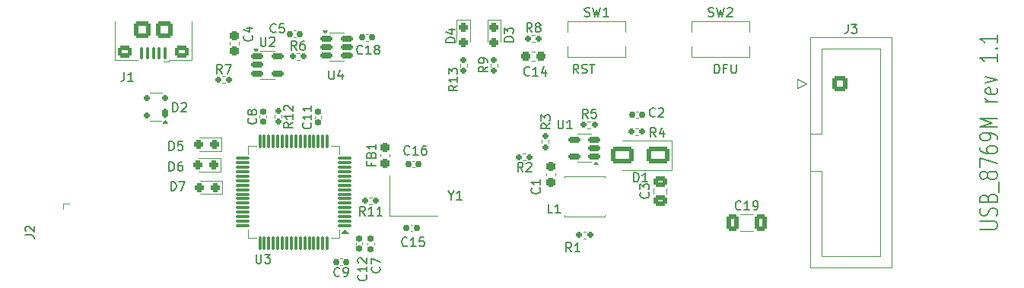
<source format=gbr>
%TF.GenerationSoftware,KiCad,Pcbnew,8.0.2*%
%TF.CreationDate,2024-05-22T10:06:01-07:00*%
%TF.ProjectId,USB_8769M,5553425f-3837-4363-994d-2e6b69636164,rev?*%
%TF.SameCoordinates,Original*%
%TF.FileFunction,Legend,Top*%
%TF.FilePolarity,Positive*%
%FSLAX46Y46*%
G04 Gerber Fmt 4.6, Leading zero omitted, Abs format (unit mm)*
G04 Created by KiCad (PCBNEW 8.0.2) date 2024-05-22 10:06:01*
%MOMM*%
%LPD*%
G01*
G04 APERTURE LIST*
G04 Aperture macros list*
%AMRoundRect*
0 Rectangle with rounded corners*
0 $1 Rounding radius*
0 $2 $3 $4 $5 $6 $7 $8 $9 X,Y pos of 4 corners*
0 Add a 4 corners polygon primitive as box body*
4,1,4,$2,$3,$4,$5,$6,$7,$8,$9,$2,$3,0*
0 Add four circle primitives for the rounded corners*
1,1,$1+$1,$2,$3*
1,1,$1+$1,$4,$5*
1,1,$1+$1,$6,$7*
1,1,$1+$1,$8,$9*
0 Add four rect primitives between the rounded corners*
20,1,$1+$1,$2,$3,$4,$5,0*
20,1,$1+$1,$4,$5,$6,$7,0*
20,1,$1+$1,$6,$7,$8,$9,0*
20,1,$1+$1,$8,$9,$2,$3,0*%
G04 Aperture macros list end*
%ADD10C,0.150000*%
%ADD11C,0.120000*%
%ADD12R,2.100000X1.800000*%
%ADD13RoundRect,0.250000X1.000000X0.650000X-1.000000X0.650000X-1.000000X-0.650000X1.000000X-0.650000X0*%
%ADD14RoundRect,0.160000X-0.197500X-0.160000X0.197500X-0.160000X0.197500X0.160000X-0.197500X0.160000X0*%
%ADD15RoundRect,0.155000X0.212500X0.155000X-0.212500X0.155000X-0.212500X-0.155000X0.212500X-0.155000X0*%
%ADD16RoundRect,0.160000X0.197500X0.160000X-0.197500X0.160000X-0.197500X-0.160000X0.197500X-0.160000X0*%
%ADD17RoundRect,0.155000X-0.155000X0.212500X-0.155000X-0.212500X0.155000X-0.212500X0.155000X0.212500X0*%
%ADD18RoundRect,0.237500X-0.300000X-0.237500X0.300000X-0.237500X0.300000X0.237500X-0.300000X0.237500X0*%
%ADD19RoundRect,0.160000X-0.160000X0.197500X-0.160000X-0.197500X0.160000X-0.197500X0.160000X0.197500X0*%
%ADD20C,3.600000*%
%ADD21C,5.600000*%
%ADD22RoundRect,0.155000X0.155000X-0.212500X0.155000X0.212500X-0.155000X0.212500X-0.155000X-0.212500X0*%
%ADD23C,2.374900*%
%ADD24C,0.990600*%
%ADD25C,0.787400*%
%ADD26RoundRect,0.250000X-0.600000X-0.600000X0.600000X-0.600000X0.600000X0.600000X-0.600000X0.600000X0*%
%ADD27C,1.700000*%
%ADD28RoundRect,0.150000X-0.512500X-0.150000X0.512500X-0.150000X0.512500X0.150000X-0.512500X0.150000X0*%
%ADD29RoundRect,0.250000X0.475000X-0.337500X0.475000X0.337500X-0.475000X0.337500X-0.475000X-0.337500X0*%
%ADD30RoundRect,0.150000X0.512500X0.150000X-0.512500X0.150000X-0.512500X-0.150000X0.512500X-0.150000X0*%
%ADD31RoundRect,0.237500X0.287500X0.237500X-0.287500X0.237500X-0.287500X-0.237500X0.287500X-0.237500X0*%
%ADD32C,3.000000*%
%ADD33RoundRect,0.160000X0.160000X-0.197500X0.160000X0.197500X-0.160000X0.197500X-0.160000X-0.197500X0*%
%ADD34RoundRect,0.237500X-0.237500X0.287500X-0.237500X-0.287500X0.237500X-0.287500X0.237500X0.287500X0*%
%ADD35RoundRect,0.155000X-0.212500X-0.155000X0.212500X-0.155000X0.212500X0.155000X-0.212500X0.155000X0*%
%ADD36R,1.100000X3.700000*%
%ADD37RoundRect,0.250000X-0.412500X-0.650000X0.412500X-0.650000X0.412500X0.650000X-0.412500X0.650000X0*%
%ADD38RoundRect,0.175000X0.175000X0.325000X-0.175000X0.325000X-0.175000X-0.325000X0.175000X-0.325000X0*%
%ADD39RoundRect,0.150000X0.200000X0.150000X-0.200000X0.150000X-0.200000X-0.150000X0.200000X-0.150000X0*%
%ADD40RoundRect,0.100000X0.100000X0.575000X-0.100000X0.575000X-0.100000X-0.575000X0.100000X-0.575000X0*%
%ADD41O,0.900000X1.600000*%
%ADD42RoundRect,0.250000X0.550000X0.450000X-0.550000X0.450000X-0.550000X-0.450000X0.550000X-0.450000X0*%
%ADD43RoundRect,0.250000X0.700000X0.700000X-0.700000X0.700000X-0.700000X-0.700000X0.700000X-0.700000X0*%
%ADD44RoundRect,0.237500X0.237500X-0.300000X0.237500X0.300000X-0.237500X0.300000X-0.237500X-0.300000X0*%
%ADD45RoundRect,0.075000X0.700000X0.075000X-0.700000X0.075000X-0.700000X-0.075000X0.700000X-0.075000X0*%
%ADD46RoundRect,0.075000X0.075000X0.700000X-0.075000X0.700000X-0.075000X-0.700000X0.075000X-0.700000X0*%
%ADD47RoundRect,0.237500X-0.237500X0.300000X-0.237500X-0.300000X0.237500X-0.300000X0.237500X0.300000X0*%
%ADD48R,1.250000X1.000000*%
G04 APERTURE END LIST*
D10*
X156808207Y-90869819D02*
X156474874Y-90393628D01*
X156236779Y-90869819D02*
X156236779Y-89869819D01*
X156236779Y-89869819D02*
X156617731Y-89869819D01*
X156617731Y-89869819D02*
X156712969Y-89917438D01*
X156712969Y-89917438D02*
X156760588Y-89965057D01*
X156760588Y-89965057D02*
X156808207Y-90060295D01*
X156808207Y-90060295D02*
X156808207Y-90203152D01*
X156808207Y-90203152D02*
X156760588Y-90298390D01*
X156760588Y-90298390D02*
X156712969Y-90346009D01*
X156712969Y-90346009D02*
X156617731Y-90393628D01*
X156617731Y-90393628D02*
X156236779Y-90393628D01*
X157189160Y-90822200D02*
X157332017Y-90869819D01*
X157332017Y-90869819D02*
X157570112Y-90869819D01*
X157570112Y-90869819D02*
X157665350Y-90822200D01*
X157665350Y-90822200D02*
X157712969Y-90774580D01*
X157712969Y-90774580D02*
X157760588Y-90679342D01*
X157760588Y-90679342D02*
X157760588Y-90584104D01*
X157760588Y-90584104D02*
X157712969Y-90488866D01*
X157712969Y-90488866D02*
X157665350Y-90441247D01*
X157665350Y-90441247D02*
X157570112Y-90393628D01*
X157570112Y-90393628D02*
X157379636Y-90346009D01*
X157379636Y-90346009D02*
X157284398Y-90298390D01*
X157284398Y-90298390D02*
X157236779Y-90250771D01*
X157236779Y-90250771D02*
X157189160Y-90155533D01*
X157189160Y-90155533D02*
X157189160Y-90060295D01*
X157189160Y-90060295D02*
X157236779Y-89965057D01*
X157236779Y-89965057D02*
X157284398Y-89917438D01*
X157284398Y-89917438D02*
X157379636Y-89869819D01*
X157379636Y-89869819D02*
X157617731Y-89869819D01*
X157617731Y-89869819D02*
X157760588Y-89917438D01*
X158046303Y-89869819D02*
X158617731Y-89869819D01*
X158332017Y-90869819D02*
X158332017Y-89869819D01*
X171936779Y-90869819D02*
X171936779Y-89869819D01*
X171936779Y-89869819D02*
X172174874Y-89869819D01*
X172174874Y-89869819D02*
X172317731Y-89917438D01*
X172317731Y-89917438D02*
X172412969Y-90012676D01*
X172412969Y-90012676D02*
X172460588Y-90107914D01*
X172460588Y-90107914D02*
X172508207Y-90298390D01*
X172508207Y-90298390D02*
X172508207Y-90441247D01*
X172508207Y-90441247D02*
X172460588Y-90631723D01*
X172460588Y-90631723D02*
X172412969Y-90726961D01*
X172412969Y-90726961D02*
X172317731Y-90822200D01*
X172317731Y-90822200D02*
X172174874Y-90869819D01*
X172174874Y-90869819D02*
X171936779Y-90869819D01*
X173270112Y-90346009D02*
X172936779Y-90346009D01*
X172936779Y-90869819D02*
X172936779Y-89869819D01*
X172936779Y-89869819D02*
X173412969Y-89869819D01*
X173793922Y-89869819D02*
X173793922Y-90679342D01*
X173793922Y-90679342D02*
X173841541Y-90774580D01*
X173841541Y-90774580D02*
X173889160Y-90822200D01*
X173889160Y-90822200D02*
X173984398Y-90869819D01*
X173984398Y-90869819D02*
X174174874Y-90869819D01*
X174174874Y-90869819D02*
X174270112Y-90822200D01*
X174270112Y-90822200D02*
X174317731Y-90774580D01*
X174317731Y-90774580D02*
X174365350Y-90679342D01*
X174365350Y-90679342D02*
X174365350Y-89869819D01*
X201447438Y-108244173D02*
X203066485Y-108244173D01*
X203066485Y-108244173D02*
X203256961Y-108172744D01*
X203256961Y-108172744D02*
X203352200Y-108101316D01*
X203352200Y-108101316D02*
X203447438Y-107958458D01*
X203447438Y-107958458D02*
X203447438Y-107672744D01*
X203447438Y-107672744D02*
X203352200Y-107529887D01*
X203352200Y-107529887D02*
X203256961Y-107458458D01*
X203256961Y-107458458D02*
X203066485Y-107387030D01*
X203066485Y-107387030D02*
X201447438Y-107387030D01*
X203352200Y-106744172D02*
X203447438Y-106529887D01*
X203447438Y-106529887D02*
X203447438Y-106172744D01*
X203447438Y-106172744D02*
X203352200Y-106029887D01*
X203352200Y-106029887D02*
X203256961Y-105958458D01*
X203256961Y-105958458D02*
X203066485Y-105887029D01*
X203066485Y-105887029D02*
X202876009Y-105887029D01*
X202876009Y-105887029D02*
X202685533Y-105958458D01*
X202685533Y-105958458D02*
X202590295Y-106029887D01*
X202590295Y-106029887D02*
X202495057Y-106172744D01*
X202495057Y-106172744D02*
X202399819Y-106458458D01*
X202399819Y-106458458D02*
X202304580Y-106601315D01*
X202304580Y-106601315D02*
X202209342Y-106672744D01*
X202209342Y-106672744D02*
X202018866Y-106744172D01*
X202018866Y-106744172D02*
X201828390Y-106744172D01*
X201828390Y-106744172D02*
X201637914Y-106672744D01*
X201637914Y-106672744D02*
X201542676Y-106601315D01*
X201542676Y-106601315D02*
X201447438Y-106458458D01*
X201447438Y-106458458D02*
X201447438Y-106101315D01*
X201447438Y-106101315D02*
X201542676Y-105887029D01*
X202399819Y-104744173D02*
X202495057Y-104529887D01*
X202495057Y-104529887D02*
X202590295Y-104458458D01*
X202590295Y-104458458D02*
X202780771Y-104387030D01*
X202780771Y-104387030D02*
X203066485Y-104387030D01*
X203066485Y-104387030D02*
X203256961Y-104458458D01*
X203256961Y-104458458D02*
X203352200Y-104529887D01*
X203352200Y-104529887D02*
X203447438Y-104672744D01*
X203447438Y-104672744D02*
X203447438Y-105244173D01*
X203447438Y-105244173D02*
X201447438Y-105244173D01*
X201447438Y-105244173D02*
X201447438Y-104744173D01*
X201447438Y-104744173D02*
X201542676Y-104601316D01*
X201542676Y-104601316D02*
X201637914Y-104529887D01*
X201637914Y-104529887D02*
X201828390Y-104458458D01*
X201828390Y-104458458D02*
X202018866Y-104458458D01*
X202018866Y-104458458D02*
X202209342Y-104529887D01*
X202209342Y-104529887D02*
X202304580Y-104601316D01*
X202304580Y-104601316D02*
X202399819Y-104744173D01*
X202399819Y-104744173D02*
X202399819Y-105244173D01*
X203637914Y-104101316D02*
X203637914Y-102958458D01*
X202304580Y-102387030D02*
X202209342Y-102529887D01*
X202209342Y-102529887D02*
X202114104Y-102601316D01*
X202114104Y-102601316D02*
X201923628Y-102672744D01*
X201923628Y-102672744D02*
X201828390Y-102672744D01*
X201828390Y-102672744D02*
X201637914Y-102601316D01*
X201637914Y-102601316D02*
X201542676Y-102529887D01*
X201542676Y-102529887D02*
X201447438Y-102387030D01*
X201447438Y-102387030D02*
X201447438Y-102101316D01*
X201447438Y-102101316D02*
X201542676Y-101958459D01*
X201542676Y-101958459D02*
X201637914Y-101887030D01*
X201637914Y-101887030D02*
X201828390Y-101815601D01*
X201828390Y-101815601D02*
X201923628Y-101815601D01*
X201923628Y-101815601D02*
X202114104Y-101887030D01*
X202114104Y-101887030D02*
X202209342Y-101958459D01*
X202209342Y-101958459D02*
X202304580Y-102101316D01*
X202304580Y-102101316D02*
X202304580Y-102387030D01*
X202304580Y-102387030D02*
X202399819Y-102529887D01*
X202399819Y-102529887D02*
X202495057Y-102601316D01*
X202495057Y-102601316D02*
X202685533Y-102672744D01*
X202685533Y-102672744D02*
X203066485Y-102672744D01*
X203066485Y-102672744D02*
X203256961Y-102601316D01*
X203256961Y-102601316D02*
X203352200Y-102529887D01*
X203352200Y-102529887D02*
X203447438Y-102387030D01*
X203447438Y-102387030D02*
X203447438Y-102101316D01*
X203447438Y-102101316D02*
X203352200Y-101958459D01*
X203352200Y-101958459D02*
X203256961Y-101887030D01*
X203256961Y-101887030D02*
X203066485Y-101815601D01*
X203066485Y-101815601D02*
X202685533Y-101815601D01*
X202685533Y-101815601D02*
X202495057Y-101887030D01*
X202495057Y-101887030D02*
X202399819Y-101958459D01*
X202399819Y-101958459D02*
X202304580Y-102101316D01*
X201447438Y-101315602D02*
X201447438Y-100315602D01*
X201447438Y-100315602D02*
X203447438Y-100958459D01*
X201447438Y-99101317D02*
X201447438Y-99387031D01*
X201447438Y-99387031D02*
X201542676Y-99529888D01*
X201542676Y-99529888D02*
X201637914Y-99601317D01*
X201637914Y-99601317D02*
X201923628Y-99744174D01*
X201923628Y-99744174D02*
X202304580Y-99815602D01*
X202304580Y-99815602D02*
X203066485Y-99815602D01*
X203066485Y-99815602D02*
X203256961Y-99744174D01*
X203256961Y-99744174D02*
X203352200Y-99672745D01*
X203352200Y-99672745D02*
X203447438Y-99529888D01*
X203447438Y-99529888D02*
X203447438Y-99244174D01*
X203447438Y-99244174D02*
X203352200Y-99101317D01*
X203352200Y-99101317D02*
X203256961Y-99029888D01*
X203256961Y-99029888D02*
X203066485Y-98958459D01*
X203066485Y-98958459D02*
X202590295Y-98958459D01*
X202590295Y-98958459D02*
X202399819Y-99029888D01*
X202399819Y-99029888D02*
X202304580Y-99101317D01*
X202304580Y-99101317D02*
X202209342Y-99244174D01*
X202209342Y-99244174D02*
X202209342Y-99529888D01*
X202209342Y-99529888D02*
X202304580Y-99672745D01*
X202304580Y-99672745D02*
X202399819Y-99744174D01*
X202399819Y-99744174D02*
X202590295Y-99815602D01*
X203447438Y-98244174D02*
X203447438Y-97958460D01*
X203447438Y-97958460D02*
X203352200Y-97815603D01*
X203352200Y-97815603D02*
X203256961Y-97744174D01*
X203256961Y-97744174D02*
X202971247Y-97601317D01*
X202971247Y-97601317D02*
X202590295Y-97529888D01*
X202590295Y-97529888D02*
X201828390Y-97529888D01*
X201828390Y-97529888D02*
X201637914Y-97601317D01*
X201637914Y-97601317D02*
X201542676Y-97672746D01*
X201542676Y-97672746D02*
X201447438Y-97815603D01*
X201447438Y-97815603D02*
X201447438Y-98101317D01*
X201447438Y-98101317D02*
X201542676Y-98244174D01*
X201542676Y-98244174D02*
X201637914Y-98315603D01*
X201637914Y-98315603D02*
X201828390Y-98387031D01*
X201828390Y-98387031D02*
X202304580Y-98387031D01*
X202304580Y-98387031D02*
X202495057Y-98315603D01*
X202495057Y-98315603D02*
X202590295Y-98244174D01*
X202590295Y-98244174D02*
X202685533Y-98101317D01*
X202685533Y-98101317D02*
X202685533Y-97815603D01*
X202685533Y-97815603D02*
X202590295Y-97672746D01*
X202590295Y-97672746D02*
X202495057Y-97601317D01*
X202495057Y-97601317D02*
X202304580Y-97529888D01*
X203447438Y-96887032D02*
X201447438Y-96887032D01*
X201447438Y-96887032D02*
X202876009Y-96387032D01*
X202876009Y-96387032D02*
X201447438Y-95887032D01*
X201447438Y-95887032D02*
X203447438Y-95887032D01*
X203447438Y-94029889D02*
X202114104Y-94029889D01*
X202495057Y-94029889D02*
X202304580Y-93958460D01*
X202304580Y-93958460D02*
X202209342Y-93887032D01*
X202209342Y-93887032D02*
X202114104Y-93744174D01*
X202114104Y-93744174D02*
X202114104Y-93601317D01*
X203352200Y-92529889D02*
X203447438Y-92672746D01*
X203447438Y-92672746D02*
X203447438Y-92958461D01*
X203447438Y-92958461D02*
X203352200Y-93101318D01*
X203352200Y-93101318D02*
X203161723Y-93172746D01*
X203161723Y-93172746D02*
X202399819Y-93172746D01*
X202399819Y-93172746D02*
X202209342Y-93101318D01*
X202209342Y-93101318D02*
X202114104Y-92958461D01*
X202114104Y-92958461D02*
X202114104Y-92672746D01*
X202114104Y-92672746D02*
X202209342Y-92529889D01*
X202209342Y-92529889D02*
X202399819Y-92458461D01*
X202399819Y-92458461D02*
X202590295Y-92458461D01*
X202590295Y-92458461D02*
X202780771Y-93172746D01*
X202114104Y-91958461D02*
X203447438Y-91601318D01*
X203447438Y-91601318D02*
X202114104Y-91244175D01*
X203447438Y-88744175D02*
X203447438Y-89601318D01*
X203447438Y-89172747D02*
X201447438Y-89172747D01*
X201447438Y-89172747D02*
X201733152Y-89315604D01*
X201733152Y-89315604D02*
X201923628Y-89458461D01*
X201923628Y-89458461D02*
X202018866Y-89601318D01*
X203256961Y-88101319D02*
X203352200Y-88029890D01*
X203352200Y-88029890D02*
X203447438Y-88101319D01*
X203447438Y-88101319D02*
X203352200Y-88172747D01*
X203352200Y-88172747D02*
X203256961Y-88101319D01*
X203256961Y-88101319D02*
X203447438Y-88101319D01*
X203447438Y-86601318D02*
X203447438Y-87458461D01*
X203447438Y-87029890D02*
X201447438Y-87029890D01*
X201447438Y-87029890D02*
X201733152Y-87172747D01*
X201733152Y-87172747D02*
X201923628Y-87315604D01*
X201923628Y-87315604D02*
X202018866Y-87458461D01*
X142623809Y-104478628D02*
X142623809Y-104954819D01*
X142290476Y-103954819D02*
X142623809Y-104478628D01*
X142623809Y-104478628D02*
X142957142Y-103954819D01*
X143814285Y-104954819D02*
X143242857Y-104954819D01*
X143528571Y-104954819D02*
X143528571Y-103954819D01*
X143528571Y-103954819D02*
X143433333Y-104097676D01*
X143433333Y-104097676D02*
X143338095Y-104192914D01*
X143338095Y-104192914D02*
X143242857Y-104240533D01*
X162961905Y-102954819D02*
X162961905Y-101954819D01*
X162961905Y-101954819D02*
X163200000Y-101954819D01*
X163200000Y-101954819D02*
X163342857Y-102002438D01*
X163342857Y-102002438D02*
X163438095Y-102097676D01*
X163438095Y-102097676D02*
X163485714Y-102192914D01*
X163485714Y-102192914D02*
X163533333Y-102383390D01*
X163533333Y-102383390D02*
X163533333Y-102526247D01*
X163533333Y-102526247D02*
X163485714Y-102716723D01*
X163485714Y-102716723D02*
X163438095Y-102811961D01*
X163438095Y-102811961D02*
X163342857Y-102907200D01*
X163342857Y-102907200D02*
X163200000Y-102954819D01*
X163200000Y-102954819D02*
X162961905Y-102954819D01*
X164485714Y-102954819D02*
X163914286Y-102954819D01*
X164200000Y-102954819D02*
X164200000Y-101954819D01*
X164200000Y-101954819D02*
X164104762Y-102097676D01*
X164104762Y-102097676D02*
X164009524Y-102192914D01*
X164009524Y-102192914D02*
X163914286Y-102240533D01*
X165433333Y-97954819D02*
X165100000Y-97478628D01*
X164861905Y-97954819D02*
X164861905Y-96954819D01*
X164861905Y-96954819D02*
X165242857Y-96954819D01*
X165242857Y-96954819D02*
X165338095Y-97002438D01*
X165338095Y-97002438D02*
X165385714Y-97050057D01*
X165385714Y-97050057D02*
X165433333Y-97145295D01*
X165433333Y-97145295D02*
X165433333Y-97288152D01*
X165433333Y-97288152D02*
X165385714Y-97383390D01*
X165385714Y-97383390D02*
X165338095Y-97431009D01*
X165338095Y-97431009D02*
X165242857Y-97478628D01*
X165242857Y-97478628D02*
X164861905Y-97478628D01*
X166290476Y-97288152D02*
X166290476Y-97954819D01*
X166052381Y-96907200D02*
X165814286Y-97621485D01*
X165814286Y-97621485D02*
X166433333Y-97621485D01*
X130233333Y-113419580D02*
X130185714Y-113467200D01*
X130185714Y-113467200D02*
X130042857Y-113514819D01*
X130042857Y-113514819D02*
X129947619Y-113514819D01*
X129947619Y-113514819D02*
X129804762Y-113467200D01*
X129804762Y-113467200D02*
X129709524Y-113371961D01*
X129709524Y-113371961D02*
X129661905Y-113276723D01*
X129661905Y-113276723D02*
X129614286Y-113086247D01*
X129614286Y-113086247D02*
X129614286Y-112943390D01*
X129614286Y-112943390D02*
X129661905Y-112752914D01*
X129661905Y-112752914D02*
X129709524Y-112657676D01*
X129709524Y-112657676D02*
X129804762Y-112562438D01*
X129804762Y-112562438D02*
X129947619Y-112514819D01*
X129947619Y-112514819D02*
X130042857Y-112514819D01*
X130042857Y-112514819D02*
X130185714Y-112562438D01*
X130185714Y-112562438D02*
X130233333Y-112610057D01*
X130709524Y-113514819D02*
X130900000Y-113514819D01*
X130900000Y-113514819D02*
X130995238Y-113467200D01*
X130995238Y-113467200D02*
X131042857Y-113419580D01*
X131042857Y-113419580D02*
X131138095Y-113276723D01*
X131138095Y-113276723D02*
X131185714Y-113086247D01*
X131185714Y-113086247D02*
X131185714Y-112705295D01*
X131185714Y-112705295D02*
X131138095Y-112610057D01*
X131138095Y-112610057D02*
X131090476Y-112562438D01*
X131090476Y-112562438D02*
X130995238Y-112514819D01*
X130995238Y-112514819D02*
X130804762Y-112514819D01*
X130804762Y-112514819D02*
X130709524Y-112562438D01*
X130709524Y-112562438D02*
X130661905Y-112610057D01*
X130661905Y-112610057D02*
X130614286Y-112705295D01*
X130614286Y-112705295D02*
X130614286Y-112943390D01*
X130614286Y-112943390D02*
X130661905Y-113038628D01*
X130661905Y-113038628D02*
X130709524Y-113086247D01*
X130709524Y-113086247D02*
X130804762Y-113133866D01*
X130804762Y-113133866D02*
X130995238Y-113133866D01*
X130995238Y-113133866D02*
X131090476Y-113086247D01*
X131090476Y-113086247D02*
X131138095Y-113038628D01*
X131138095Y-113038628D02*
X131185714Y-112943390D01*
X150633333Y-101824819D02*
X150300000Y-101348628D01*
X150061905Y-101824819D02*
X150061905Y-100824819D01*
X150061905Y-100824819D02*
X150442857Y-100824819D01*
X150442857Y-100824819D02*
X150538095Y-100872438D01*
X150538095Y-100872438D02*
X150585714Y-100920057D01*
X150585714Y-100920057D02*
X150633333Y-101015295D01*
X150633333Y-101015295D02*
X150633333Y-101158152D01*
X150633333Y-101158152D02*
X150585714Y-101253390D01*
X150585714Y-101253390D02*
X150538095Y-101301009D01*
X150538095Y-101301009D02*
X150442857Y-101348628D01*
X150442857Y-101348628D02*
X150061905Y-101348628D01*
X151014286Y-100920057D02*
X151061905Y-100872438D01*
X151061905Y-100872438D02*
X151157143Y-100824819D01*
X151157143Y-100824819D02*
X151395238Y-100824819D01*
X151395238Y-100824819D02*
X151490476Y-100872438D01*
X151490476Y-100872438D02*
X151538095Y-100920057D01*
X151538095Y-100920057D02*
X151585714Y-101015295D01*
X151585714Y-101015295D02*
X151585714Y-101110533D01*
X151585714Y-101110533D02*
X151538095Y-101253390D01*
X151538095Y-101253390D02*
X150966667Y-101824819D01*
X150966667Y-101824819D02*
X151585714Y-101824819D01*
X134659580Y-112466666D02*
X134707200Y-112514285D01*
X134707200Y-112514285D02*
X134754819Y-112657142D01*
X134754819Y-112657142D02*
X134754819Y-112752380D01*
X134754819Y-112752380D02*
X134707200Y-112895237D01*
X134707200Y-112895237D02*
X134611961Y-112990475D01*
X134611961Y-112990475D02*
X134516723Y-113038094D01*
X134516723Y-113038094D02*
X134326247Y-113085713D01*
X134326247Y-113085713D02*
X134183390Y-113085713D01*
X134183390Y-113085713D02*
X133992914Y-113038094D01*
X133992914Y-113038094D02*
X133897676Y-112990475D01*
X133897676Y-112990475D02*
X133802438Y-112895237D01*
X133802438Y-112895237D02*
X133754819Y-112752380D01*
X133754819Y-112752380D02*
X133754819Y-112657142D01*
X133754819Y-112657142D02*
X133802438Y-112514285D01*
X133802438Y-112514285D02*
X133850057Y-112466666D01*
X133754819Y-112133332D02*
X133754819Y-111466666D01*
X133754819Y-111466666D02*
X134754819Y-111895237D01*
X151357142Y-91059580D02*
X151309523Y-91107200D01*
X151309523Y-91107200D02*
X151166666Y-91154819D01*
X151166666Y-91154819D02*
X151071428Y-91154819D01*
X151071428Y-91154819D02*
X150928571Y-91107200D01*
X150928571Y-91107200D02*
X150833333Y-91011961D01*
X150833333Y-91011961D02*
X150785714Y-90916723D01*
X150785714Y-90916723D02*
X150738095Y-90726247D01*
X150738095Y-90726247D02*
X150738095Y-90583390D01*
X150738095Y-90583390D02*
X150785714Y-90392914D01*
X150785714Y-90392914D02*
X150833333Y-90297676D01*
X150833333Y-90297676D02*
X150928571Y-90202438D01*
X150928571Y-90202438D02*
X151071428Y-90154819D01*
X151071428Y-90154819D02*
X151166666Y-90154819D01*
X151166666Y-90154819D02*
X151309523Y-90202438D01*
X151309523Y-90202438D02*
X151357142Y-90250057D01*
X152309523Y-91154819D02*
X151738095Y-91154819D01*
X152023809Y-91154819D02*
X152023809Y-90154819D01*
X152023809Y-90154819D02*
X151928571Y-90297676D01*
X151928571Y-90297676D02*
X151833333Y-90392914D01*
X151833333Y-90392914D02*
X151738095Y-90440533D01*
X153166666Y-90488152D02*
X153166666Y-91154819D01*
X152928571Y-90107200D02*
X152690476Y-90821485D01*
X152690476Y-90821485D02*
X153309523Y-90821485D01*
X125024819Y-96345357D02*
X124548628Y-96678690D01*
X125024819Y-96916785D02*
X124024819Y-96916785D01*
X124024819Y-96916785D02*
X124024819Y-96535833D01*
X124024819Y-96535833D02*
X124072438Y-96440595D01*
X124072438Y-96440595D02*
X124120057Y-96392976D01*
X124120057Y-96392976D02*
X124215295Y-96345357D01*
X124215295Y-96345357D02*
X124358152Y-96345357D01*
X124358152Y-96345357D02*
X124453390Y-96392976D01*
X124453390Y-96392976D02*
X124501009Y-96440595D01*
X124501009Y-96440595D02*
X124548628Y-96535833D01*
X124548628Y-96535833D02*
X124548628Y-96916785D01*
X125024819Y-95392976D02*
X125024819Y-95964404D01*
X125024819Y-95678690D02*
X124024819Y-95678690D01*
X124024819Y-95678690D02*
X124167676Y-95773928D01*
X124167676Y-95773928D02*
X124262914Y-95869166D01*
X124262914Y-95869166D02*
X124310533Y-95964404D01*
X124120057Y-95012023D02*
X124072438Y-94964404D01*
X124072438Y-94964404D02*
X124024819Y-94869166D01*
X124024819Y-94869166D02*
X124024819Y-94631071D01*
X124024819Y-94631071D02*
X124072438Y-94535833D01*
X124072438Y-94535833D02*
X124120057Y-94488214D01*
X124120057Y-94488214D02*
X124215295Y-94440595D01*
X124215295Y-94440595D02*
X124310533Y-94440595D01*
X124310533Y-94440595D02*
X124453390Y-94488214D01*
X124453390Y-94488214D02*
X125024819Y-95059642D01*
X125024819Y-95059642D02*
X125024819Y-94440595D01*
X138022142Y-99859580D02*
X137974523Y-99907200D01*
X137974523Y-99907200D02*
X137831666Y-99954819D01*
X137831666Y-99954819D02*
X137736428Y-99954819D01*
X137736428Y-99954819D02*
X137593571Y-99907200D01*
X137593571Y-99907200D02*
X137498333Y-99811961D01*
X137498333Y-99811961D02*
X137450714Y-99716723D01*
X137450714Y-99716723D02*
X137403095Y-99526247D01*
X137403095Y-99526247D02*
X137403095Y-99383390D01*
X137403095Y-99383390D02*
X137450714Y-99192914D01*
X137450714Y-99192914D02*
X137498333Y-99097676D01*
X137498333Y-99097676D02*
X137593571Y-99002438D01*
X137593571Y-99002438D02*
X137736428Y-98954819D01*
X137736428Y-98954819D02*
X137831666Y-98954819D01*
X137831666Y-98954819D02*
X137974523Y-99002438D01*
X137974523Y-99002438D02*
X138022142Y-99050057D01*
X138974523Y-99954819D02*
X138403095Y-99954819D01*
X138688809Y-99954819D02*
X138688809Y-98954819D01*
X138688809Y-98954819D02*
X138593571Y-99097676D01*
X138593571Y-99097676D02*
X138498333Y-99192914D01*
X138498333Y-99192914D02*
X138403095Y-99240533D01*
X139831666Y-98954819D02*
X139641190Y-98954819D01*
X139641190Y-98954819D02*
X139545952Y-99002438D01*
X139545952Y-99002438D02*
X139498333Y-99050057D01*
X139498333Y-99050057D02*
X139403095Y-99192914D01*
X139403095Y-99192914D02*
X139355476Y-99383390D01*
X139355476Y-99383390D02*
X139355476Y-99764342D01*
X139355476Y-99764342D02*
X139403095Y-99859580D01*
X139403095Y-99859580D02*
X139450714Y-99907200D01*
X139450714Y-99907200D02*
X139545952Y-99954819D01*
X139545952Y-99954819D02*
X139736428Y-99954819D01*
X139736428Y-99954819D02*
X139831666Y-99907200D01*
X139831666Y-99907200D02*
X139879285Y-99859580D01*
X139879285Y-99859580D02*
X139926904Y-99764342D01*
X139926904Y-99764342D02*
X139926904Y-99526247D01*
X139926904Y-99526247D02*
X139879285Y-99431009D01*
X139879285Y-99431009D02*
X139831666Y-99383390D01*
X139831666Y-99383390D02*
X139736428Y-99335771D01*
X139736428Y-99335771D02*
X139545952Y-99335771D01*
X139545952Y-99335771D02*
X139450714Y-99383390D01*
X139450714Y-99383390D02*
X139403095Y-99431009D01*
X139403095Y-99431009D02*
X139355476Y-99526247D01*
X133159580Y-113342857D02*
X133207200Y-113390476D01*
X133207200Y-113390476D02*
X133254819Y-113533333D01*
X133254819Y-113533333D02*
X133254819Y-113628571D01*
X133254819Y-113628571D02*
X133207200Y-113771428D01*
X133207200Y-113771428D02*
X133111961Y-113866666D01*
X133111961Y-113866666D02*
X133016723Y-113914285D01*
X133016723Y-113914285D02*
X132826247Y-113961904D01*
X132826247Y-113961904D02*
X132683390Y-113961904D01*
X132683390Y-113961904D02*
X132492914Y-113914285D01*
X132492914Y-113914285D02*
X132397676Y-113866666D01*
X132397676Y-113866666D02*
X132302438Y-113771428D01*
X132302438Y-113771428D02*
X132254819Y-113628571D01*
X132254819Y-113628571D02*
X132254819Y-113533333D01*
X132254819Y-113533333D02*
X132302438Y-113390476D01*
X132302438Y-113390476D02*
X132350057Y-113342857D01*
X133254819Y-112390476D02*
X133254819Y-112961904D01*
X133254819Y-112676190D02*
X132254819Y-112676190D01*
X132254819Y-112676190D02*
X132397676Y-112771428D01*
X132397676Y-112771428D02*
X132492914Y-112866666D01*
X132492914Y-112866666D02*
X132540533Y-112961904D01*
X132350057Y-112009523D02*
X132302438Y-111961904D01*
X132302438Y-111961904D02*
X132254819Y-111866666D01*
X132254819Y-111866666D02*
X132254819Y-111628571D01*
X132254819Y-111628571D02*
X132302438Y-111533333D01*
X132302438Y-111533333D02*
X132350057Y-111485714D01*
X132350057Y-111485714D02*
X132445295Y-111438095D01*
X132445295Y-111438095D02*
X132540533Y-111438095D01*
X132540533Y-111438095D02*
X132683390Y-111485714D01*
X132683390Y-111485714D02*
X133254819Y-112057142D01*
X133254819Y-112057142D02*
X133254819Y-111438095D01*
X95219819Y-108903333D02*
X95934104Y-108903333D01*
X95934104Y-108903333D02*
X96076961Y-108950952D01*
X96076961Y-108950952D02*
X96172200Y-109046190D01*
X96172200Y-109046190D02*
X96219819Y-109189047D01*
X96219819Y-109189047D02*
X96219819Y-109284285D01*
X95315057Y-108474761D02*
X95267438Y-108427142D01*
X95267438Y-108427142D02*
X95219819Y-108331904D01*
X95219819Y-108331904D02*
X95219819Y-108093809D01*
X95219819Y-108093809D02*
X95267438Y-107998571D01*
X95267438Y-107998571D02*
X95315057Y-107950952D01*
X95315057Y-107950952D02*
X95410295Y-107903333D01*
X95410295Y-107903333D02*
X95505533Y-107903333D01*
X95505533Y-107903333D02*
X95648390Y-107950952D01*
X95648390Y-107950952D02*
X96219819Y-108522380D01*
X96219819Y-108522380D02*
X96219819Y-107903333D01*
X186796666Y-85414819D02*
X186796666Y-86129104D01*
X186796666Y-86129104D02*
X186749047Y-86271961D01*
X186749047Y-86271961D02*
X186653809Y-86367200D01*
X186653809Y-86367200D02*
X186510952Y-86414819D01*
X186510952Y-86414819D02*
X186415714Y-86414819D01*
X187177619Y-85414819D02*
X187796666Y-85414819D01*
X187796666Y-85414819D02*
X187463333Y-85795771D01*
X187463333Y-85795771D02*
X187606190Y-85795771D01*
X187606190Y-85795771D02*
X187701428Y-85843390D01*
X187701428Y-85843390D02*
X187749047Y-85891009D01*
X187749047Y-85891009D02*
X187796666Y-85986247D01*
X187796666Y-85986247D02*
X187796666Y-86224342D01*
X187796666Y-86224342D02*
X187749047Y-86319580D01*
X187749047Y-86319580D02*
X187701428Y-86367200D01*
X187701428Y-86367200D02*
X187606190Y-86414819D01*
X187606190Y-86414819D02*
X187320476Y-86414819D01*
X187320476Y-86414819D02*
X187225238Y-86367200D01*
X187225238Y-86367200D02*
X187177619Y-86319580D01*
X129038095Y-90554819D02*
X129038095Y-91364342D01*
X129038095Y-91364342D02*
X129085714Y-91459580D01*
X129085714Y-91459580D02*
X129133333Y-91507200D01*
X129133333Y-91507200D02*
X129228571Y-91554819D01*
X129228571Y-91554819D02*
X129419047Y-91554819D01*
X129419047Y-91554819D02*
X129514285Y-91507200D01*
X129514285Y-91507200D02*
X129561904Y-91459580D01*
X129561904Y-91459580D02*
X129609523Y-91364342D01*
X129609523Y-91364342D02*
X129609523Y-90554819D01*
X130514285Y-90888152D02*
X130514285Y-91554819D01*
X130276190Y-90507200D02*
X130038095Y-91221485D01*
X130038095Y-91221485D02*
X130657142Y-91221485D01*
X164579580Y-104166666D02*
X164627200Y-104214285D01*
X164627200Y-104214285D02*
X164674819Y-104357142D01*
X164674819Y-104357142D02*
X164674819Y-104452380D01*
X164674819Y-104452380D02*
X164627200Y-104595237D01*
X164627200Y-104595237D02*
X164531961Y-104690475D01*
X164531961Y-104690475D02*
X164436723Y-104738094D01*
X164436723Y-104738094D02*
X164246247Y-104785713D01*
X164246247Y-104785713D02*
X164103390Y-104785713D01*
X164103390Y-104785713D02*
X163912914Y-104738094D01*
X163912914Y-104738094D02*
X163817676Y-104690475D01*
X163817676Y-104690475D02*
X163722438Y-104595237D01*
X163722438Y-104595237D02*
X163674819Y-104452380D01*
X163674819Y-104452380D02*
X163674819Y-104357142D01*
X163674819Y-104357142D02*
X163722438Y-104214285D01*
X163722438Y-104214285D02*
X163770057Y-104166666D01*
X163674819Y-103833332D02*
X163674819Y-103214285D01*
X163674819Y-103214285D02*
X164055771Y-103547618D01*
X164055771Y-103547618D02*
X164055771Y-103404761D01*
X164055771Y-103404761D02*
X164103390Y-103309523D01*
X164103390Y-103309523D02*
X164151009Y-103261904D01*
X164151009Y-103261904D02*
X164246247Y-103214285D01*
X164246247Y-103214285D02*
X164484342Y-103214285D01*
X164484342Y-103214285D02*
X164579580Y-103261904D01*
X164579580Y-103261904D02*
X164627200Y-103309523D01*
X164627200Y-103309523D02*
X164674819Y-103404761D01*
X164674819Y-103404761D02*
X164674819Y-103690475D01*
X164674819Y-103690475D02*
X164627200Y-103785713D01*
X164627200Y-103785713D02*
X164579580Y-103833332D01*
X121438095Y-86854819D02*
X121438095Y-87664342D01*
X121438095Y-87664342D02*
X121485714Y-87759580D01*
X121485714Y-87759580D02*
X121533333Y-87807200D01*
X121533333Y-87807200D02*
X121628571Y-87854819D01*
X121628571Y-87854819D02*
X121819047Y-87854819D01*
X121819047Y-87854819D02*
X121914285Y-87807200D01*
X121914285Y-87807200D02*
X121961904Y-87759580D01*
X121961904Y-87759580D02*
X122009523Y-87664342D01*
X122009523Y-87664342D02*
X122009523Y-86854819D01*
X122438095Y-86950057D02*
X122485714Y-86902438D01*
X122485714Y-86902438D02*
X122580952Y-86854819D01*
X122580952Y-86854819D02*
X122819047Y-86854819D01*
X122819047Y-86854819D02*
X122914285Y-86902438D01*
X122914285Y-86902438D02*
X122961904Y-86950057D01*
X122961904Y-86950057D02*
X123009523Y-87045295D01*
X123009523Y-87045295D02*
X123009523Y-87140533D01*
X123009523Y-87140533D02*
X122961904Y-87283390D01*
X122961904Y-87283390D02*
X122390476Y-87854819D01*
X122390476Y-87854819D02*
X123009523Y-87854819D01*
X154538095Y-96054819D02*
X154538095Y-96864342D01*
X154538095Y-96864342D02*
X154585714Y-96959580D01*
X154585714Y-96959580D02*
X154633333Y-97007200D01*
X154633333Y-97007200D02*
X154728571Y-97054819D01*
X154728571Y-97054819D02*
X154919047Y-97054819D01*
X154919047Y-97054819D02*
X155014285Y-97007200D01*
X155014285Y-97007200D02*
X155061904Y-96959580D01*
X155061904Y-96959580D02*
X155109523Y-96864342D01*
X155109523Y-96864342D02*
X155109523Y-96054819D01*
X156109523Y-97054819D02*
X155538095Y-97054819D01*
X155823809Y-97054819D02*
X155823809Y-96054819D01*
X155823809Y-96054819D02*
X155728571Y-96197676D01*
X155728571Y-96197676D02*
X155633333Y-96292914D01*
X155633333Y-96292914D02*
X155538095Y-96340533D01*
X111261905Y-101754819D02*
X111261905Y-100754819D01*
X111261905Y-100754819D02*
X111500000Y-100754819D01*
X111500000Y-100754819D02*
X111642857Y-100802438D01*
X111642857Y-100802438D02*
X111738095Y-100897676D01*
X111738095Y-100897676D02*
X111785714Y-100992914D01*
X111785714Y-100992914D02*
X111833333Y-101183390D01*
X111833333Y-101183390D02*
X111833333Y-101326247D01*
X111833333Y-101326247D02*
X111785714Y-101516723D01*
X111785714Y-101516723D02*
X111738095Y-101611961D01*
X111738095Y-101611961D02*
X111642857Y-101707200D01*
X111642857Y-101707200D02*
X111500000Y-101754819D01*
X111500000Y-101754819D02*
X111261905Y-101754819D01*
X112690476Y-100754819D02*
X112500000Y-100754819D01*
X112500000Y-100754819D02*
X112404762Y-100802438D01*
X112404762Y-100802438D02*
X112357143Y-100850057D01*
X112357143Y-100850057D02*
X112261905Y-100992914D01*
X112261905Y-100992914D02*
X112214286Y-101183390D01*
X112214286Y-101183390D02*
X112214286Y-101564342D01*
X112214286Y-101564342D02*
X112261905Y-101659580D01*
X112261905Y-101659580D02*
X112309524Y-101707200D01*
X112309524Y-101707200D02*
X112404762Y-101754819D01*
X112404762Y-101754819D02*
X112595238Y-101754819D01*
X112595238Y-101754819D02*
X112690476Y-101707200D01*
X112690476Y-101707200D02*
X112738095Y-101659580D01*
X112738095Y-101659580D02*
X112785714Y-101564342D01*
X112785714Y-101564342D02*
X112785714Y-101326247D01*
X112785714Y-101326247D02*
X112738095Y-101231009D01*
X112738095Y-101231009D02*
X112690476Y-101183390D01*
X112690476Y-101183390D02*
X112595238Y-101135771D01*
X112595238Y-101135771D02*
X112404762Y-101135771D01*
X112404762Y-101135771D02*
X112309524Y-101183390D01*
X112309524Y-101183390D02*
X112261905Y-101231009D01*
X112261905Y-101231009D02*
X112214286Y-101326247D01*
X123133333Y-86259580D02*
X123085714Y-86307200D01*
X123085714Y-86307200D02*
X122942857Y-86354819D01*
X122942857Y-86354819D02*
X122847619Y-86354819D01*
X122847619Y-86354819D02*
X122704762Y-86307200D01*
X122704762Y-86307200D02*
X122609524Y-86211961D01*
X122609524Y-86211961D02*
X122561905Y-86116723D01*
X122561905Y-86116723D02*
X122514286Y-85926247D01*
X122514286Y-85926247D02*
X122514286Y-85783390D01*
X122514286Y-85783390D02*
X122561905Y-85592914D01*
X122561905Y-85592914D02*
X122609524Y-85497676D01*
X122609524Y-85497676D02*
X122704762Y-85402438D01*
X122704762Y-85402438D02*
X122847619Y-85354819D01*
X122847619Y-85354819D02*
X122942857Y-85354819D01*
X122942857Y-85354819D02*
X123085714Y-85402438D01*
X123085714Y-85402438D02*
X123133333Y-85450057D01*
X124038095Y-85354819D02*
X123561905Y-85354819D01*
X123561905Y-85354819D02*
X123514286Y-85831009D01*
X123514286Y-85831009D02*
X123561905Y-85783390D01*
X123561905Y-85783390D02*
X123657143Y-85735771D01*
X123657143Y-85735771D02*
X123895238Y-85735771D01*
X123895238Y-85735771D02*
X123990476Y-85783390D01*
X123990476Y-85783390D02*
X124038095Y-85831009D01*
X124038095Y-85831009D02*
X124085714Y-85926247D01*
X124085714Y-85926247D02*
X124085714Y-86164342D01*
X124085714Y-86164342D02*
X124038095Y-86259580D01*
X124038095Y-86259580D02*
X123990476Y-86307200D01*
X123990476Y-86307200D02*
X123895238Y-86354819D01*
X123895238Y-86354819D02*
X123657143Y-86354819D01*
X123657143Y-86354819D02*
X123561905Y-86307200D01*
X123561905Y-86307200D02*
X123514286Y-86259580D01*
X132757142Y-88659580D02*
X132709523Y-88707200D01*
X132709523Y-88707200D02*
X132566666Y-88754819D01*
X132566666Y-88754819D02*
X132471428Y-88754819D01*
X132471428Y-88754819D02*
X132328571Y-88707200D01*
X132328571Y-88707200D02*
X132233333Y-88611961D01*
X132233333Y-88611961D02*
X132185714Y-88516723D01*
X132185714Y-88516723D02*
X132138095Y-88326247D01*
X132138095Y-88326247D02*
X132138095Y-88183390D01*
X132138095Y-88183390D02*
X132185714Y-87992914D01*
X132185714Y-87992914D02*
X132233333Y-87897676D01*
X132233333Y-87897676D02*
X132328571Y-87802438D01*
X132328571Y-87802438D02*
X132471428Y-87754819D01*
X132471428Y-87754819D02*
X132566666Y-87754819D01*
X132566666Y-87754819D02*
X132709523Y-87802438D01*
X132709523Y-87802438D02*
X132757142Y-87850057D01*
X133709523Y-88754819D02*
X133138095Y-88754819D01*
X133423809Y-88754819D02*
X133423809Y-87754819D01*
X133423809Y-87754819D02*
X133328571Y-87897676D01*
X133328571Y-87897676D02*
X133233333Y-87992914D01*
X133233333Y-87992914D02*
X133138095Y-88040533D01*
X134280952Y-88183390D02*
X134185714Y-88135771D01*
X134185714Y-88135771D02*
X134138095Y-88088152D01*
X134138095Y-88088152D02*
X134090476Y-87992914D01*
X134090476Y-87992914D02*
X134090476Y-87945295D01*
X134090476Y-87945295D02*
X134138095Y-87850057D01*
X134138095Y-87850057D02*
X134185714Y-87802438D01*
X134185714Y-87802438D02*
X134280952Y-87754819D01*
X134280952Y-87754819D02*
X134471428Y-87754819D01*
X134471428Y-87754819D02*
X134566666Y-87802438D01*
X134566666Y-87802438D02*
X134614285Y-87850057D01*
X134614285Y-87850057D02*
X134661904Y-87945295D01*
X134661904Y-87945295D02*
X134661904Y-87992914D01*
X134661904Y-87992914D02*
X134614285Y-88088152D01*
X134614285Y-88088152D02*
X134566666Y-88135771D01*
X134566666Y-88135771D02*
X134471428Y-88183390D01*
X134471428Y-88183390D02*
X134280952Y-88183390D01*
X134280952Y-88183390D02*
X134185714Y-88231009D01*
X134185714Y-88231009D02*
X134138095Y-88278628D01*
X134138095Y-88278628D02*
X134090476Y-88373866D01*
X134090476Y-88373866D02*
X134090476Y-88564342D01*
X134090476Y-88564342D02*
X134138095Y-88659580D01*
X134138095Y-88659580D02*
X134185714Y-88707200D01*
X134185714Y-88707200D02*
X134280952Y-88754819D01*
X134280952Y-88754819D02*
X134471428Y-88754819D01*
X134471428Y-88754819D02*
X134566666Y-88707200D01*
X134566666Y-88707200D02*
X134614285Y-88659580D01*
X134614285Y-88659580D02*
X134661904Y-88564342D01*
X134661904Y-88564342D02*
X134661904Y-88373866D01*
X134661904Y-88373866D02*
X134614285Y-88278628D01*
X134614285Y-88278628D02*
X134566666Y-88231009D01*
X134566666Y-88231009D02*
X134471428Y-88183390D01*
X146684819Y-90134166D02*
X146208628Y-90467499D01*
X146684819Y-90705594D02*
X145684819Y-90705594D01*
X145684819Y-90705594D02*
X145684819Y-90324642D01*
X145684819Y-90324642D02*
X145732438Y-90229404D01*
X145732438Y-90229404D02*
X145780057Y-90181785D01*
X145780057Y-90181785D02*
X145875295Y-90134166D01*
X145875295Y-90134166D02*
X146018152Y-90134166D01*
X146018152Y-90134166D02*
X146113390Y-90181785D01*
X146113390Y-90181785D02*
X146161009Y-90229404D01*
X146161009Y-90229404D02*
X146208628Y-90324642D01*
X146208628Y-90324642D02*
X146208628Y-90705594D01*
X146684819Y-89657975D02*
X146684819Y-89467499D01*
X146684819Y-89467499D02*
X146637200Y-89372261D01*
X146637200Y-89372261D02*
X146589580Y-89324642D01*
X146589580Y-89324642D02*
X146446723Y-89229404D01*
X146446723Y-89229404D02*
X146256247Y-89181785D01*
X146256247Y-89181785D02*
X145875295Y-89181785D01*
X145875295Y-89181785D02*
X145780057Y-89229404D01*
X145780057Y-89229404D02*
X145732438Y-89277023D01*
X145732438Y-89277023D02*
X145684819Y-89372261D01*
X145684819Y-89372261D02*
X145684819Y-89562737D01*
X145684819Y-89562737D02*
X145732438Y-89657975D01*
X145732438Y-89657975D02*
X145780057Y-89705594D01*
X145780057Y-89705594D02*
X145875295Y-89753213D01*
X145875295Y-89753213D02*
X146113390Y-89753213D01*
X146113390Y-89753213D02*
X146208628Y-89705594D01*
X146208628Y-89705594D02*
X146256247Y-89657975D01*
X146256247Y-89657975D02*
X146303866Y-89562737D01*
X146303866Y-89562737D02*
X146303866Y-89372261D01*
X146303866Y-89372261D02*
X146256247Y-89277023D01*
X146256247Y-89277023D02*
X146208628Y-89229404D01*
X146208628Y-89229404D02*
X146113390Y-89181785D01*
X143054819Y-87438094D02*
X142054819Y-87438094D01*
X142054819Y-87438094D02*
X142054819Y-87199999D01*
X142054819Y-87199999D02*
X142102438Y-87057142D01*
X142102438Y-87057142D02*
X142197676Y-86961904D01*
X142197676Y-86961904D02*
X142292914Y-86914285D01*
X142292914Y-86914285D02*
X142483390Y-86866666D01*
X142483390Y-86866666D02*
X142626247Y-86866666D01*
X142626247Y-86866666D02*
X142816723Y-86914285D01*
X142816723Y-86914285D02*
X142911961Y-86961904D01*
X142911961Y-86961904D02*
X143007200Y-87057142D01*
X143007200Y-87057142D02*
X143054819Y-87199999D01*
X143054819Y-87199999D02*
X143054819Y-87438094D01*
X142388152Y-86009523D02*
X143054819Y-86009523D01*
X142007200Y-86247618D02*
X142721485Y-86485713D01*
X142721485Y-86485713D02*
X142721485Y-85866666D01*
X137757142Y-110059580D02*
X137709523Y-110107200D01*
X137709523Y-110107200D02*
X137566666Y-110154819D01*
X137566666Y-110154819D02*
X137471428Y-110154819D01*
X137471428Y-110154819D02*
X137328571Y-110107200D01*
X137328571Y-110107200D02*
X137233333Y-110011961D01*
X137233333Y-110011961D02*
X137185714Y-109916723D01*
X137185714Y-109916723D02*
X137138095Y-109726247D01*
X137138095Y-109726247D02*
X137138095Y-109583390D01*
X137138095Y-109583390D02*
X137185714Y-109392914D01*
X137185714Y-109392914D02*
X137233333Y-109297676D01*
X137233333Y-109297676D02*
X137328571Y-109202438D01*
X137328571Y-109202438D02*
X137471428Y-109154819D01*
X137471428Y-109154819D02*
X137566666Y-109154819D01*
X137566666Y-109154819D02*
X137709523Y-109202438D01*
X137709523Y-109202438D02*
X137757142Y-109250057D01*
X138709523Y-110154819D02*
X138138095Y-110154819D01*
X138423809Y-110154819D02*
X138423809Y-109154819D01*
X138423809Y-109154819D02*
X138328571Y-109297676D01*
X138328571Y-109297676D02*
X138233333Y-109392914D01*
X138233333Y-109392914D02*
X138138095Y-109440533D01*
X139614285Y-109154819D02*
X139138095Y-109154819D01*
X139138095Y-109154819D02*
X139090476Y-109631009D01*
X139090476Y-109631009D02*
X139138095Y-109583390D01*
X139138095Y-109583390D02*
X139233333Y-109535771D01*
X139233333Y-109535771D02*
X139471428Y-109535771D01*
X139471428Y-109535771D02*
X139566666Y-109583390D01*
X139566666Y-109583390D02*
X139614285Y-109631009D01*
X139614285Y-109631009D02*
X139661904Y-109726247D01*
X139661904Y-109726247D02*
X139661904Y-109964342D01*
X139661904Y-109964342D02*
X139614285Y-110059580D01*
X139614285Y-110059580D02*
X139566666Y-110107200D01*
X139566666Y-110107200D02*
X139471428Y-110154819D01*
X139471428Y-110154819D02*
X139233333Y-110154819D01*
X139233333Y-110154819D02*
X139138095Y-110107200D01*
X139138095Y-110107200D02*
X139090476Y-110059580D01*
X157835833Y-95884819D02*
X157502500Y-95408628D01*
X157264405Y-95884819D02*
X157264405Y-94884819D01*
X157264405Y-94884819D02*
X157645357Y-94884819D01*
X157645357Y-94884819D02*
X157740595Y-94932438D01*
X157740595Y-94932438D02*
X157788214Y-94980057D01*
X157788214Y-94980057D02*
X157835833Y-95075295D01*
X157835833Y-95075295D02*
X157835833Y-95218152D01*
X157835833Y-95218152D02*
X157788214Y-95313390D01*
X157788214Y-95313390D02*
X157740595Y-95361009D01*
X157740595Y-95361009D02*
X157645357Y-95408628D01*
X157645357Y-95408628D02*
X157264405Y-95408628D01*
X158740595Y-94884819D02*
X158264405Y-94884819D01*
X158264405Y-94884819D02*
X158216786Y-95361009D01*
X158216786Y-95361009D02*
X158264405Y-95313390D01*
X158264405Y-95313390D02*
X158359643Y-95265771D01*
X158359643Y-95265771D02*
X158597738Y-95265771D01*
X158597738Y-95265771D02*
X158692976Y-95313390D01*
X158692976Y-95313390D02*
X158740595Y-95361009D01*
X158740595Y-95361009D02*
X158788214Y-95456247D01*
X158788214Y-95456247D02*
X158788214Y-95694342D01*
X158788214Y-95694342D02*
X158740595Y-95789580D01*
X158740595Y-95789580D02*
X158692976Y-95837200D01*
X158692976Y-95837200D02*
X158597738Y-95884819D01*
X158597738Y-95884819D02*
X158359643Y-95884819D01*
X158359643Y-95884819D02*
X158264405Y-95837200D01*
X158264405Y-95837200D02*
X158216786Y-95789580D01*
X153933333Y-106454819D02*
X153457143Y-106454819D01*
X153457143Y-106454819D02*
X153457143Y-105454819D01*
X154790476Y-106454819D02*
X154219048Y-106454819D01*
X154504762Y-106454819D02*
X154504762Y-105454819D01*
X154504762Y-105454819D02*
X154409524Y-105597676D01*
X154409524Y-105597676D02*
X154314286Y-105692914D01*
X154314286Y-105692914D02*
X154219048Y-105740533D01*
X125435833Y-88284819D02*
X125102500Y-87808628D01*
X124864405Y-88284819D02*
X124864405Y-87284819D01*
X124864405Y-87284819D02*
X125245357Y-87284819D01*
X125245357Y-87284819D02*
X125340595Y-87332438D01*
X125340595Y-87332438D02*
X125388214Y-87380057D01*
X125388214Y-87380057D02*
X125435833Y-87475295D01*
X125435833Y-87475295D02*
X125435833Y-87618152D01*
X125435833Y-87618152D02*
X125388214Y-87713390D01*
X125388214Y-87713390D02*
X125340595Y-87761009D01*
X125340595Y-87761009D02*
X125245357Y-87808628D01*
X125245357Y-87808628D02*
X124864405Y-87808628D01*
X126292976Y-87284819D02*
X126102500Y-87284819D01*
X126102500Y-87284819D02*
X126007262Y-87332438D01*
X126007262Y-87332438D02*
X125959643Y-87380057D01*
X125959643Y-87380057D02*
X125864405Y-87522914D01*
X125864405Y-87522914D02*
X125816786Y-87713390D01*
X125816786Y-87713390D02*
X125816786Y-88094342D01*
X125816786Y-88094342D02*
X125864405Y-88189580D01*
X125864405Y-88189580D02*
X125912024Y-88237200D01*
X125912024Y-88237200D02*
X126007262Y-88284819D01*
X126007262Y-88284819D02*
X126197738Y-88284819D01*
X126197738Y-88284819D02*
X126292976Y-88237200D01*
X126292976Y-88237200D02*
X126340595Y-88189580D01*
X126340595Y-88189580D02*
X126388214Y-88094342D01*
X126388214Y-88094342D02*
X126388214Y-87856247D01*
X126388214Y-87856247D02*
X126340595Y-87761009D01*
X126340595Y-87761009D02*
X126292976Y-87713390D01*
X126292976Y-87713390D02*
X126197738Y-87665771D01*
X126197738Y-87665771D02*
X126007262Y-87665771D01*
X126007262Y-87665771D02*
X125912024Y-87713390D01*
X125912024Y-87713390D02*
X125864405Y-87761009D01*
X125864405Y-87761009D02*
X125816786Y-87856247D01*
X165333333Y-95659580D02*
X165285714Y-95707200D01*
X165285714Y-95707200D02*
X165142857Y-95754819D01*
X165142857Y-95754819D02*
X165047619Y-95754819D01*
X165047619Y-95754819D02*
X164904762Y-95707200D01*
X164904762Y-95707200D02*
X164809524Y-95611961D01*
X164809524Y-95611961D02*
X164761905Y-95516723D01*
X164761905Y-95516723D02*
X164714286Y-95326247D01*
X164714286Y-95326247D02*
X164714286Y-95183390D01*
X164714286Y-95183390D02*
X164761905Y-94992914D01*
X164761905Y-94992914D02*
X164809524Y-94897676D01*
X164809524Y-94897676D02*
X164904762Y-94802438D01*
X164904762Y-94802438D02*
X165047619Y-94754819D01*
X165047619Y-94754819D02*
X165142857Y-94754819D01*
X165142857Y-94754819D02*
X165285714Y-94802438D01*
X165285714Y-94802438D02*
X165333333Y-94850057D01*
X165714286Y-94850057D02*
X165761905Y-94802438D01*
X165761905Y-94802438D02*
X165857143Y-94754819D01*
X165857143Y-94754819D02*
X166095238Y-94754819D01*
X166095238Y-94754819D02*
X166190476Y-94802438D01*
X166190476Y-94802438D02*
X166238095Y-94850057D01*
X166238095Y-94850057D02*
X166285714Y-94945295D01*
X166285714Y-94945295D02*
X166285714Y-95040533D01*
X166285714Y-95040533D02*
X166238095Y-95183390D01*
X166238095Y-95183390D02*
X165666667Y-95754819D01*
X165666667Y-95754819D02*
X166285714Y-95754819D01*
X156033333Y-110754819D02*
X155700000Y-110278628D01*
X155461905Y-110754819D02*
X155461905Y-109754819D01*
X155461905Y-109754819D02*
X155842857Y-109754819D01*
X155842857Y-109754819D02*
X155938095Y-109802438D01*
X155938095Y-109802438D02*
X155985714Y-109850057D01*
X155985714Y-109850057D02*
X156033333Y-109945295D01*
X156033333Y-109945295D02*
X156033333Y-110088152D01*
X156033333Y-110088152D02*
X155985714Y-110183390D01*
X155985714Y-110183390D02*
X155938095Y-110231009D01*
X155938095Y-110231009D02*
X155842857Y-110278628D01*
X155842857Y-110278628D02*
X155461905Y-110278628D01*
X156985714Y-110754819D02*
X156414286Y-110754819D01*
X156700000Y-110754819D02*
X156700000Y-109754819D01*
X156700000Y-109754819D02*
X156604762Y-109897676D01*
X156604762Y-109897676D02*
X156509524Y-109992914D01*
X156509524Y-109992914D02*
X156414286Y-110040533D01*
X174894642Y-106009580D02*
X174847023Y-106057200D01*
X174847023Y-106057200D02*
X174704166Y-106104819D01*
X174704166Y-106104819D02*
X174608928Y-106104819D01*
X174608928Y-106104819D02*
X174466071Y-106057200D01*
X174466071Y-106057200D02*
X174370833Y-105961961D01*
X174370833Y-105961961D02*
X174323214Y-105866723D01*
X174323214Y-105866723D02*
X174275595Y-105676247D01*
X174275595Y-105676247D02*
X174275595Y-105533390D01*
X174275595Y-105533390D02*
X174323214Y-105342914D01*
X174323214Y-105342914D02*
X174370833Y-105247676D01*
X174370833Y-105247676D02*
X174466071Y-105152438D01*
X174466071Y-105152438D02*
X174608928Y-105104819D01*
X174608928Y-105104819D02*
X174704166Y-105104819D01*
X174704166Y-105104819D02*
X174847023Y-105152438D01*
X174847023Y-105152438D02*
X174894642Y-105200057D01*
X175847023Y-106104819D02*
X175275595Y-106104819D01*
X175561309Y-106104819D02*
X175561309Y-105104819D01*
X175561309Y-105104819D02*
X175466071Y-105247676D01*
X175466071Y-105247676D02*
X175370833Y-105342914D01*
X175370833Y-105342914D02*
X175275595Y-105390533D01*
X176323214Y-106104819D02*
X176513690Y-106104819D01*
X176513690Y-106104819D02*
X176608928Y-106057200D01*
X176608928Y-106057200D02*
X176656547Y-106009580D01*
X176656547Y-106009580D02*
X176751785Y-105866723D01*
X176751785Y-105866723D02*
X176799404Y-105676247D01*
X176799404Y-105676247D02*
X176799404Y-105295295D01*
X176799404Y-105295295D02*
X176751785Y-105200057D01*
X176751785Y-105200057D02*
X176704166Y-105152438D01*
X176704166Y-105152438D02*
X176608928Y-105104819D01*
X176608928Y-105104819D02*
X176418452Y-105104819D01*
X176418452Y-105104819D02*
X176323214Y-105152438D01*
X176323214Y-105152438D02*
X176275595Y-105200057D01*
X176275595Y-105200057D02*
X176227976Y-105295295D01*
X176227976Y-105295295D02*
X176227976Y-105533390D01*
X176227976Y-105533390D02*
X176275595Y-105628628D01*
X176275595Y-105628628D02*
X176323214Y-105676247D01*
X176323214Y-105676247D02*
X176418452Y-105723866D01*
X176418452Y-105723866D02*
X176608928Y-105723866D01*
X176608928Y-105723866D02*
X176704166Y-105676247D01*
X176704166Y-105676247D02*
X176751785Y-105628628D01*
X176751785Y-105628628D02*
X176799404Y-105533390D01*
X111661905Y-95154819D02*
X111661905Y-94154819D01*
X111661905Y-94154819D02*
X111900000Y-94154819D01*
X111900000Y-94154819D02*
X112042857Y-94202438D01*
X112042857Y-94202438D02*
X112138095Y-94297676D01*
X112138095Y-94297676D02*
X112185714Y-94392914D01*
X112185714Y-94392914D02*
X112233333Y-94583390D01*
X112233333Y-94583390D02*
X112233333Y-94726247D01*
X112233333Y-94726247D02*
X112185714Y-94916723D01*
X112185714Y-94916723D02*
X112138095Y-95011961D01*
X112138095Y-95011961D02*
X112042857Y-95107200D01*
X112042857Y-95107200D02*
X111900000Y-95154819D01*
X111900000Y-95154819D02*
X111661905Y-95154819D01*
X112614286Y-94250057D02*
X112661905Y-94202438D01*
X112661905Y-94202438D02*
X112757143Y-94154819D01*
X112757143Y-94154819D02*
X112995238Y-94154819D01*
X112995238Y-94154819D02*
X113090476Y-94202438D01*
X113090476Y-94202438D02*
X113138095Y-94250057D01*
X113138095Y-94250057D02*
X113185714Y-94345295D01*
X113185714Y-94345295D02*
X113185714Y-94440533D01*
X113185714Y-94440533D02*
X113138095Y-94583390D01*
X113138095Y-94583390D02*
X112566667Y-95154819D01*
X112566667Y-95154819D02*
X113185714Y-95154819D01*
X106266666Y-90754819D02*
X106266666Y-91469104D01*
X106266666Y-91469104D02*
X106219047Y-91611961D01*
X106219047Y-91611961D02*
X106123809Y-91707200D01*
X106123809Y-91707200D02*
X105980952Y-91754819D01*
X105980952Y-91754819D02*
X105885714Y-91754819D01*
X107266666Y-91754819D02*
X106695238Y-91754819D01*
X106980952Y-91754819D02*
X106980952Y-90754819D01*
X106980952Y-90754819D02*
X106885714Y-90897676D01*
X106885714Y-90897676D02*
X106790476Y-90992914D01*
X106790476Y-90992914D02*
X106695238Y-91040533D01*
X152459580Y-103666666D02*
X152507200Y-103714285D01*
X152507200Y-103714285D02*
X152554819Y-103857142D01*
X152554819Y-103857142D02*
X152554819Y-103952380D01*
X152554819Y-103952380D02*
X152507200Y-104095237D01*
X152507200Y-104095237D02*
X152411961Y-104190475D01*
X152411961Y-104190475D02*
X152316723Y-104238094D01*
X152316723Y-104238094D02*
X152126247Y-104285713D01*
X152126247Y-104285713D02*
X151983390Y-104285713D01*
X151983390Y-104285713D02*
X151792914Y-104238094D01*
X151792914Y-104238094D02*
X151697676Y-104190475D01*
X151697676Y-104190475D02*
X151602438Y-104095237D01*
X151602438Y-104095237D02*
X151554819Y-103952380D01*
X151554819Y-103952380D02*
X151554819Y-103857142D01*
X151554819Y-103857142D02*
X151602438Y-103714285D01*
X151602438Y-103714285D02*
X151650057Y-103666666D01*
X152554819Y-102714285D02*
X152554819Y-103285713D01*
X152554819Y-102999999D02*
X151554819Y-102999999D01*
X151554819Y-102999999D02*
X151697676Y-103095237D01*
X151697676Y-103095237D02*
X151792914Y-103190475D01*
X151792914Y-103190475D02*
X151840533Y-103285713D01*
X117135833Y-90884819D02*
X116802500Y-90408628D01*
X116564405Y-90884819D02*
X116564405Y-89884819D01*
X116564405Y-89884819D02*
X116945357Y-89884819D01*
X116945357Y-89884819D02*
X117040595Y-89932438D01*
X117040595Y-89932438D02*
X117088214Y-89980057D01*
X117088214Y-89980057D02*
X117135833Y-90075295D01*
X117135833Y-90075295D02*
X117135833Y-90218152D01*
X117135833Y-90218152D02*
X117088214Y-90313390D01*
X117088214Y-90313390D02*
X117040595Y-90361009D01*
X117040595Y-90361009D02*
X116945357Y-90408628D01*
X116945357Y-90408628D02*
X116564405Y-90408628D01*
X117469167Y-89884819D02*
X118135833Y-89884819D01*
X118135833Y-89884819D02*
X117707262Y-90884819D01*
X120899580Y-95899166D02*
X120947200Y-95946785D01*
X120947200Y-95946785D02*
X120994819Y-96089642D01*
X120994819Y-96089642D02*
X120994819Y-96184880D01*
X120994819Y-96184880D02*
X120947200Y-96327737D01*
X120947200Y-96327737D02*
X120851961Y-96422975D01*
X120851961Y-96422975D02*
X120756723Y-96470594D01*
X120756723Y-96470594D02*
X120566247Y-96518213D01*
X120566247Y-96518213D02*
X120423390Y-96518213D01*
X120423390Y-96518213D02*
X120232914Y-96470594D01*
X120232914Y-96470594D02*
X120137676Y-96422975D01*
X120137676Y-96422975D02*
X120042438Y-96327737D01*
X120042438Y-96327737D02*
X119994819Y-96184880D01*
X119994819Y-96184880D02*
X119994819Y-96089642D01*
X119994819Y-96089642D02*
X120042438Y-95946785D01*
X120042438Y-95946785D02*
X120090057Y-95899166D01*
X120423390Y-95327737D02*
X120375771Y-95422975D01*
X120375771Y-95422975D02*
X120328152Y-95470594D01*
X120328152Y-95470594D02*
X120232914Y-95518213D01*
X120232914Y-95518213D02*
X120185295Y-95518213D01*
X120185295Y-95518213D02*
X120090057Y-95470594D01*
X120090057Y-95470594D02*
X120042438Y-95422975D01*
X120042438Y-95422975D02*
X119994819Y-95327737D01*
X119994819Y-95327737D02*
X119994819Y-95137261D01*
X119994819Y-95137261D02*
X120042438Y-95042023D01*
X120042438Y-95042023D02*
X120090057Y-94994404D01*
X120090057Y-94994404D02*
X120185295Y-94946785D01*
X120185295Y-94946785D02*
X120232914Y-94946785D01*
X120232914Y-94946785D02*
X120328152Y-94994404D01*
X120328152Y-94994404D02*
X120375771Y-95042023D01*
X120375771Y-95042023D02*
X120423390Y-95137261D01*
X120423390Y-95137261D02*
X120423390Y-95327737D01*
X120423390Y-95327737D02*
X120471009Y-95422975D01*
X120471009Y-95422975D02*
X120518628Y-95470594D01*
X120518628Y-95470594D02*
X120613866Y-95518213D01*
X120613866Y-95518213D02*
X120804342Y-95518213D01*
X120804342Y-95518213D02*
X120899580Y-95470594D01*
X120899580Y-95470594D02*
X120947200Y-95422975D01*
X120947200Y-95422975D02*
X120994819Y-95327737D01*
X120994819Y-95327737D02*
X120994819Y-95137261D01*
X120994819Y-95137261D02*
X120947200Y-95042023D01*
X120947200Y-95042023D02*
X120899580Y-94994404D01*
X120899580Y-94994404D02*
X120804342Y-94946785D01*
X120804342Y-94946785D02*
X120613866Y-94946785D01*
X120613866Y-94946785D02*
X120518628Y-94994404D01*
X120518628Y-94994404D02*
X120471009Y-95042023D01*
X120471009Y-95042023D02*
X120423390Y-95137261D01*
X120938095Y-111054819D02*
X120938095Y-111864342D01*
X120938095Y-111864342D02*
X120985714Y-111959580D01*
X120985714Y-111959580D02*
X121033333Y-112007200D01*
X121033333Y-112007200D02*
X121128571Y-112054819D01*
X121128571Y-112054819D02*
X121319047Y-112054819D01*
X121319047Y-112054819D02*
X121414285Y-112007200D01*
X121414285Y-112007200D02*
X121461904Y-111959580D01*
X121461904Y-111959580D02*
X121509523Y-111864342D01*
X121509523Y-111864342D02*
X121509523Y-111054819D01*
X121890476Y-111054819D02*
X122509523Y-111054819D01*
X122509523Y-111054819D02*
X122176190Y-111435771D01*
X122176190Y-111435771D02*
X122319047Y-111435771D01*
X122319047Y-111435771D02*
X122414285Y-111483390D01*
X122414285Y-111483390D02*
X122461904Y-111531009D01*
X122461904Y-111531009D02*
X122509523Y-111626247D01*
X122509523Y-111626247D02*
X122509523Y-111864342D01*
X122509523Y-111864342D02*
X122461904Y-111959580D01*
X122461904Y-111959580D02*
X122414285Y-112007200D01*
X122414285Y-112007200D02*
X122319047Y-112054819D01*
X122319047Y-112054819D02*
X122033333Y-112054819D01*
X122033333Y-112054819D02*
X121938095Y-112007200D01*
X121938095Y-112007200D02*
X121890476Y-111959580D01*
X143354819Y-92242857D02*
X142878628Y-92576190D01*
X143354819Y-92814285D02*
X142354819Y-92814285D01*
X142354819Y-92814285D02*
X142354819Y-92433333D01*
X142354819Y-92433333D02*
X142402438Y-92338095D01*
X142402438Y-92338095D02*
X142450057Y-92290476D01*
X142450057Y-92290476D02*
X142545295Y-92242857D01*
X142545295Y-92242857D02*
X142688152Y-92242857D01*
X142688152Y-92242857D02*
X142783390Y-92290476D01*
X142783390Y-92290476D02*
X142831009Y-92338095D01*
X142831009Y-92338095D02*
X142878628Y-92433333D01*
X142878628Y-92433333D02*
X142878628Y-92814285D01*
X143354819Y-91290476D02*
X143354819Y-91861904D01*
X143354819Y-91576190D02*
X142354819Y-91576190D01*
X142354819Y-91576190D02*
X142497676Y-91671428D01*
X142497676Y-91671428D02*
X142592914Y-91766666D01*
X142592914Y-91766666D02*
X142640533Y-91861904D01*
X142354819Y-90957142D02*
X142354819Y-90338095D01*
X142354819Y-90338095D02*
X142735771Y-90671428D01*
X142735771Y-90671428D02*
X142735771Y-90528571D01*
X142735771Y-90528571D02*
X142783390Y-90433333D01*
X142783390Y-90433333D02*
X142831009Y-90385714D01*
X142831009Y-90385714D02*
X142926247Y-90338095D01*
X142926247Y-90338095D02*
X143164342Y-90338095D01*
X143164342Y-90338095D02*
X143259580Y-90385714D01*
X143259580Y-90385714D02*
X143307200Y-90433333D01*
X143307200Y-90433333D02*
X143354819Y-90528571D01*
X143354819Y-90528571D02*
X143354819Y-90814285D01*
X143354819Y-90814285D02*
X143307200Y-90909523D01*
X143307200Y-90909523D02*
X143259580Y-90957142D01*
X120459580Y-86666666D02*
X120507200Y-86714285D01*
X120507200Y-86714285D02*
X120554819Y-86857142D01*
X120554819Y-86857142D02*
X120554819Y-86952380D01*
X120554819Y-86952380D02*
X120507200Y-87095237D01*
X120507200Y-87095237D02*
X120411961Y-87190475D01*
X120411961Y-87190475D02*
X120316723Y-87238094D01*
X120316723Y-87238094D02*
X120126247Y-87285713D01*
X120126247Y-87285713D02*
X119983390Y-87285713D01*
X119983390Y-87285713D02*
X119792914Y-87238094D01*
X119792914Y-87238094D02*
X119697676Y-87190475D01*
X119697676Y-87190475D02*
X119602438Y-87095237D01*
X119602438Y-87095237D02*
X119554819Y-86952380D01*
X119554819Y-86952380D02*
X119554819Y-86857142D01*
X119554819Y-86857142D02*
X119602438Y-86714285D01*
X119602438Y-86714285D02*
X119650057Y-86666666D01*
X119888152Y-85809523D02*
X120554819Y-85809523D01*
X119507200Y-86047618D02*
X120221485Y-86285713D01*
X120221485Y-86285713D02*
X120221485Y-85666666D01*
X133057142Y-106724819D02*
X132723809Y-106248628D01*
X132485714Y-106724819D02*
X132485714Y-105724819D01*
X132485714Y-105724819D02*
X132866666Y-105724819D01*
X132866666Y-105724819D02*
X132961904Y-105772438D01*
X132961904Y-105772438D02*
X133009523Y-105820057D01*
X133009523Y-105820057D02*
X133057142Y-105915295D01*
X133057142Y-105915295D02*
X133057142Y-106058152D01*
X133057142Y-106058152D02*
X133009523Y-106153390D01*
X133009523Y-106153390D02*
X132961904Y-106201009D01*
X132961904Y-106201009D02*
X132866666Y-106248628D01*
X132866666Y-106248628D02*
X132485714Y-106248628D01*
X134009523Y-106724819D02*
X133438095Y-106724819D01*
X133723809Y-106724819D02*
X133723809Y-105724819D01*
X133723809Y-105724819D02*
X133628571Y-105867676D01*
X133628571Y-105867676D02*
X133533333Y-105962914D01*
X133533333Y-105962914D02*
X133438095Y-106010533D01*
X134961904Y-106724819D02*
X134390476Y-106724819D01*
X134676190Y-106724819D02*
X134676190Y-105724819D01*
X134676190Y-105724819D02*
X134580952Y-105867676D01*
X134580952Y-105867676D02*
X134485714Y-105962914D01*
X134485714Y-105962914D02*
X134390476Y-106010533D01*
X133731009Y-100808333D02*
X133731009Y-101141666D01*
X134254819Y-101141666D02*
X133254819Y-101141666D01*
X133254819Y-101141666D02*
X133254819Y-100665476D01*
X133731009Y-99951190D02*
X133778628Y-99808333D01*
X133778628Y-99808333D02*
X133826247Y-99760714D01*
X133826247Y-99760714D02*
X133921485Y-99713095D01*
X133921485Y-99713095D02*
X134064342Y-99713095D01*
X134064342Y-99713095D02*
X134159580Y-99760714D01*
X134159580Y-99760714D02*
X134207200Y-99808333D01*
X134207200Y-99808333D02*
X134254819Y-99903571D01*
X134254819Y-99903571D02*
X134254819Y-100284523D01*
X134254819Y-100284523D02*
X133254819Y-100284523D01*
X133254819Y-100284523D02*
X133254819Y-99951190D01*
X133254819Y-99951190D02*
X133302438Y-99855952D01*
X133302438Y-99855952D02*
X133350057Y-99808333D01*
X133350057Y-99808333D02*
X133445295Y-99760714D01*
X133445295Y-99760714D02*
X133540533Y-99760714D01*
X133540533Y-99760714D02*
X133635771Y-99808333D01*
X133635771Y-99808333D02*
X133683390Y-99855952D01*
X133683390Y-99855952D02*
X133731009Y-99951190D01*
X133731009Y-99951190D02*
X133731009Y-100284523D01*
X134254819Y-98760714D02*
X134254819Y-99332142D01*
X134254819Y-99046428D02*
X133254819Y-99046428D01*
X133254819Y-99046428D02*
X133397676Y-99141666D01*
X133397676Y-99141666D02*
X133492914Y-99236904D01*
X133492914Y-99236904D02*
X133540533Y-99332142D01*
X111261905Y-99454819D02*
X111261905Y-98454819D01*
X111261905Y-98454819D02*
X111500000Y-98454819D01*
X111500000Y-98454819D02*
X111642857Y-98502438D01*
X111642857Y-98502438D02*
X111738095Y-98597676D01*
X111738095Y-98597676D02*
X111785714Y-98692914D01*
X111785714Y-98692914D02*
X111833333Y-98883390D01*
X111833333Y-98883390D02*
X111833333Y-99026247D01*
X111833333Y-99026247D02*
X111785714Y-99216723D01*
X111785714Y-99216723D02*
X111738095Y-99311961D01*
X111738095Y-99311961D02*
X111642857Y-99407200D01*
X111642857Y-99407200D02*
X111500000Y-99454819D01*
X111500000Y-99454819D02*
X111261905Y-99454819D01*
X112738095Y-98454819D02*
X112261905Y-98454819D01*
X112261905Y-98454819D02*
X112214286Y-98931009D01*
X112214286Y-98931009D02*
X112261905Y-98883390D01*
X112261905Y-98883390D02*
X112357143Y-98835771D01*
X112357143Y-98835771D02*
X112595238Y-98835771D01*
X112595238Y-98835771D02*
X112690476Y-98883390D01*
X112690476Y-98883390D02*
X112738095Y-98931009D01*
X112738095Y-98931009D02*
X112785714Y-99026247D01*
X112785714Y-99026247D02*
X112785714Y-99264342D01*
X112785714Y-99264342D02*
X112738095Y-99359580D01*
X112738095Y-99359580D02*
X112690476Y-99407200D01*
X112690476Y-99407200D02*
X112595238Y-99454819D01*
X112595238Y-99454819D02*
X112357143Y-99454819D01*
X112357143Y-99454819D02*
X112261905Y-99407200D01*
X112261905Y-99407200D02*
X112214286Y-99359580D01*
X149554819Y-87338094D02*
X148554819Y-87338094D01*
X148554819Y-87338094D02*
X148554819Y-87099999D01*
X148554819Y-87099999D02*
X148602438Y-86957142D01*
X148602438Y-86957142D02*
X148697676Y-86861904D01*
X148697676Y-86861904D02*
X148792914Y-86814285D01*
X148792914Y-86814285D02*
X148983390Y-86766666D01*
X148983390Y-86766666D02*
X149126247Y-86766666D01*
X149126247Y-86766666D02*
X149316723Y-86814285D01*
X149316723Y-86814285D02*
X149411961Y-86861904D01*
X149411961Y-86861904D02*
X149507200Y-86957142D01*
X149507200Y-86957142D02*
X149554819Y-87099999D01*
X149554819Y-87099999D02*
X149554819Y-87338094D01*
X148554819Y-86433332D02*
X148554819Y-85814285D01*
X148554819Y-85814285D02*
X148935771Y-86147618D01*
X148935771Y-86147618D02*
X148935771Y-86004761D01*
X148935771Y-86004761D02*
X148983390Y-85909523D01*
X148983390Y-85909523D02*
X149031009Y-85861904D01*
X149031009Y-85861904D02*
X149126247Y-85814285D01*
X149126247Y-85814285D02*
X149364342Y-85814285D01*
X149364342Y-85814285D02*
X149459580Y-85861904D01*
X149459580Y-85861904D02*
X149507200Y-85909523D01*
X149507200Y-85909523D02*
X149554819Y-86004761D01*
X149554819Y-86004761D02*
X149554819Y-86290475D01*
X149554819Y-86290475D02*
X149507200Y-86385713D01*
X149507200Y-86385713D02*
X149459580Y-86433332D01*
X126999580Y-96410357D02*
X127047200Y-96457976D01*
X127047200Y-96457976D02*
X127094819Y-96600833D01*
X127094819Y-96600833D02*
X127094819Y-96696071D01*
X127094819Y-96696071D02*
X127047200Y-96838928D01*
X127047200Y-96838928D02*
X126951961Y-96934166D01*
X126951961Y-96934166D02*
X126856723Y-96981785D01*
X126856723Y-96981785D02*
X126666247Y-97029404D01*
X126666247Y-97029404D02*
X126523390Y-97029404D01*
X126523390Y-97029404D02*
X126332914Y-96981785D01*
X126332914Y-96981785D02*
X126237676Y-96934166D01*
X126237676Y-96934166D02*
X126142438Y-96838928D01*
X126142438Y-96838928D02*
X126094819Y-96696071D01*
X126094819Y-96696071D02*
X126094819Y-96600833D01*
X126094819Y-96600833D02*
X126142438Y-96457976D01*
X126142438Y-96457976D02*
X126190057Y-96410357D01*
X127094819Y-95457976D02*
X127094819Y-96029404D01*
X127094819Y-95743690D02*
X126094819Y-95743690D01*
X126094819Y-95743690D02*
X126237676Y-95838928D01*
X126237676Y-95838928D02*
X126332914Y-95934166D01*
X126332914Y-95934166D02*
X126380533Y-96029404D01*
X127094819Y-94505595D02*
X127094819Y-95077023D01*
X127094819Y-94791309D02*
X126094819Y-94791309D01*
X126094819Y-94791309D02*
X126237676Y-94886547D01*
X126237676Y-94886547D02*
X126332914Y-94981785D01*
X126332914Y-94981785D02*
X126380533Y-95077023D01*
X153654819Y-96466666D02*
X153178628Y-96799999D01*
X153654819Y-97038094D02*
X152654819Y-97038094D01*
X152654819Y-97038094D02*
X152654819Y-96657142D01*
X152654819Y-96657142D02*
X152702438Y-96561904D01*
X152702438Y-96561904D02*
X152750057Y-96514285D01*
X152750057Y-96514285D02*
X152845295Y-96466666D01*
X152845295Y-96466666D02*
X152988152Y-96466666D01*
X152988152Y-96466666D02*
X153083390Y-96514285D01*
X153083390Y-96514285D02*
X153131009Y-96561904D01*
X153131009Y-96561904D02*
X153178628Y-96657142D01*
X153178628Y-96657142D02*
X153178628Y-97038094D01*
X152654819Y-96133332D02*
X152654819Y-95514285D01*
X152654819Y-95514285D02*
X153035771Y-95847618D01*
X153035771Y-95847618D02*
X153035771Y-95704761D01*
X153035771Y-95704761D02*
X153083390Y-95609523D01*
X153083390Y-95609523D02*
X153131009Y-95561904D01*
X153131009Y-95561904D02*
X153226247Y-95514285D01*
X153226247Y-95514285D02*
X153464342Y-95514285D01*
X153464342Y-95514285D02*
X153559580Y-95561904D01*
X153559580Y-95561904D02*
X153607200Y-95609523D01*
X153607200Y-95609523D02*
X153654819Y-95704761D01*
X153654819Y-95704761D02*
X153654819Y-95990475D01*
X153654819Y-95990475D02*
X153607200Y-96085713D01*
X153607200Y-96085713D02*
X153559580Y-96133332D01*
X171266667Y-84507200D02*
X171409524Y-84554819D01*
X171409524Y-84554819D02*
X171647619Y-84554819D01*
X171647619Y-84554819D02*
X171742857Y-84507200D01*
X171742857Y-84507200D02*
X171790476Y-84459580D01*
X171790476Y-84459580D02*
X171838095Y-84364342D01*
X171838095Y-84364342D02*
X171838095Y-84269104D01*
X171838095Y-84269104D02*
X171790476Y-84173866D01*
X171790476Y-84173866D02*
X171742857Y-84126247D01*
X171742857Y-84126247D02*
X171647619Y-84078628D01*
X171647619Y-84078628D02*
X171457143Y-84031009D01*
X171457143Y-84031009D02*
X171361905Y-83983390D01*
X171361905Y-83983390D02*
X171314286Y-83935771D01*
X171314286Y-83935771D02*
X171266667Y-83840533D01*
X171266667Y-83840533D02*
X171266667Y-83745295D01*
X171266667Y-83745295D02*
X171314286Y-83650057D01*
X171314286Y-83650057D02*
X171361905Y-83602438D01*
X171361905Y-83602438D02*
X171457143Y-83554819D01*
X171457143Y-83554819D02*
X171695238Y-83554819D01*
X171695238Y-83554819D02*
X171838095Y-83602438D01*
X172171429Y-83554819D02*
X172409524Y-84554819D01*
X172409524Y-84554819D02*
X172600000Y-83840533D01*
X172600000Y-83840533D02*
X172790476Y-84554819D01*
X172790476Y-84554819D02*
X173028572Y-83554819D01*
X173361905Y-83650057D02*
X173409524Y-83602438D01*
X173409524Y-83602438D02*
X173504762Y-83554819D01*
X173504762Y-83554819D02*
X173742857Y-83554819D01*
X173742857Y-83554819D02*
X173838095Y-83602438D01*
X173838095Y-83602438D02*
X173885714Y-83650057D01*
X173885714Y-83650057D02*
X173933333Y-83745295D01*
X173933333Y-83745295D02*
X173933333Y-83840533D01*
X173933333Y-83840533D02*
X173885714Y-83983390D01*
X173885714Y-83983390D02*
X173314286Y-84554819D01*
X173314286Y-84554819D02*
X173933333Y-84554819D01*
X151635833Y-86284819D02*
X151302500Y-85808628D01*
X151064405Y-86284819D02*
X151064405Y-85284819D01*
X151064405Y-85284819D02*
X151445357Y-85284819D01*
X151445357Y-85284819D02*
X151540595Y-85332438D01*
X151540595Y-85332438D02*
X151588214Y-85380057D01*
X151588214Y-85380057D02*
X151635833Y-85475295D01*
X151635833Y-85475295D02*
X151635833Y-85618152D01*
X151635833Y-85618152D02*
X151588214Y-85713390D01*
X151588214Y-85713390D02*
X151540595Y-85761009D01*
X151540595Y-85761009D02*
X151445357Y-85808628D01*
X151445357Y-85808628D02*
X151064405Y-85808628D01*
X152207262Y-85713390D02*
X152112024Y-85665771D01*
X152112024Y-85665771D02*
X152064405Y-85618152D01*
X152064405Y-85618152D02*
X152016786Y-85522914D01*
X152016786Y-85522914D02*
X152016786Y-85475295D01*
X152016786Y-85475295D02*
X152064405Y-85380057D01*
X152064405Y-85380057D02*
X152112024Y-85332438D01*
X152112024Y-85332438D02*
X152207262Y-85284819D01*
X152207262Y-85284819D02*
X152397738Y-85284819D01*
X152397738Y-85284819D02*
X152492976Y-85332438D01*
X152492976Y-85332438D02*
X152540595Y-85380057D01*
X152540595Y-85380057D02*
X152588214Y-85475295D01*
X152588214Y-85475295D02*
X152588214Y-85522914D01*
X152588214Y-85522914D02*
X152540595Y-85618152D01*
X152540595Y-85618152D02*
X152492976Y-85665771D01*
X152492976Y-85665771D02*
X152397738Y-85713390D01*
X152397738Y-85713390D02*
X152207262Y-85713390D01*
X152207262Y-85713390D02*
X152112024Y-85761009D01*
X152112024Y-85761009D02*
X152064405Y-85808628D01*
X152064405Y-85808628D02*
X152016786Y-85903866D01*
X152016786Y-85903866D02*
X152016786Y-86094342D01*
X152016786Y-86094342D02*
X152064405Y-86189580D01*
X152064405Y-86189580D02*
X152112024Y-86237200D01*
X152112024Y-86237200D02*
X152207262Y-86284819D01*
X152207262Y-86284819D02*
X152397738Y-86284819D01*
X152397738Y-86284819D02*
X152492976Y-86237200D01*
X152492976Y-86237200D02*
X152540595Y-86189580D01*
X152540595Y-86189580D02*
X152588214Y-86094342D01*
X152588214Y-86094342D02*
X152588214Y-85903866D01*
X152588214Y-85903866D02*
X152540595Y-85808628D01*
X152540595Y-85808628D02*
X152492976Y-85761009D01*
X152492976Y-85761009D02*
X152397738Y-85713390D01*
X157491667Y-84507200D02*
X157634524Y-84554819D01*
X157634524Y-84554819D02*
X157872619Y-84554819D01*
X157872619Y-84554819D02*
X157967857Y-84507200D01*
X157967857Y-84507200D02*
X158015476Y-84459580D01*
X158015476Y-84459580D02*
X158063095Y-84364342D01*
X158063095Y-84364342D02*
X158063095Y-84269104D01*
X158063095Y-84269104D02*
X158015476Y-84173866D01*
X158015476Y-84173866D02*
X157967857Y-84126247D01*
X157967857Y-84126247D02*
X157872619Y-84078628D01*
X157872619Y-84078628D02*
X157682143Y-84031009D01*
X157682143Y-84031009D02*
X157586905Y-83983390D01*
X157586905Y-83983390D02*
X157539286Y-83935771D01*
X157539286Y-83935771D02*
X157491667Y-83840533D01*
X157491667Y-83840533D02*
X157491667Y-83745295D01*
X157491667Y-83745295D02*
X157539286Y-83650057D01*
X157539286Y-83650057D02*
X157586905Y-83602438D01*
X157586905Y-83602438D02*
X157682143Y-83554819D01*
X157682143Y-83554819D02*
X157920238Y-83554819D01*
X157920238Y-83554819D02*
X158063095Y-83602438D01*
X158396429Y-83554819D02*
X158634524Y-84554819D01*
X158634524Y-84554819D02*
X158825000Y-83840533D01*
X158825000Y-83840533D02*
X159015476Y-84554819D01*
X159015476Y-84554819D02*
X159253572Y-83554819D01*
X160158333Y-84554819D02*
X159586905Y-84554819D01*
X159872619Y-84554819D02*
X159872619Y-83554819D01*
X159872619Y-83554819D02*
X159777381Y-83697676D01*
X159777381Y-83697676D02*
X159682143Y-83792914D01*
X159682143Y-83792914D02*
X159586905Y-83840533D01*
X111461905Y-103954819D02*
X111461905Y-102954819D01*
X111461905Y-102954819D02*
X111700000Y-102954819D01*
X111700000Y-102954819D02*
X111842857Y-103002438D01*
X111842857Y-103002438D02*
X111938095Y-103097676D01*
X111938095Y-103097676D02*
X111985714Y-103192914D01*
X111985714Y-103192914D02*
X112033333Y-103383390D01*
X112033333Y-103383390D02*
X112033333Y-103526247D01*
X112033333Y-103526247D02*
X111985714Y-103716723D01*
X111985714Y-103716723D02*
X111938095Y-103811961D01*
X111938095Y-103811961D02*
X111842857Y-103907200D01*
X111842857Y-103907200D02*
X111700000Y-103954819D01*
X111700000Y-103954819D02*
X111461905Y-103954819D01*
X112366667Y-102954819D02*
X113033333Y-102954819D01*
X113033333Y-102954819D02*
X112604762Y-103954819D01*
D11*
%TO.C,Y1*%
X135750000Y-102300000D02*
X135750000Y-106800000D01*
X135750000Y-106800000D02*
X141150000Y-106800000D01*
%TO.C,D1*%
X167210000Y-98350000D02*
X161700000Y-98350000D01*
X167210000Y-101650000D02*
X161700000Y-101650000D01*
X167210000Y-101650000D02*
X167210000Y-98350000D01*
%TO.C,R4*%
X163134879Y-97020000D02*
X163470121Y-97020000D01*
X163134879Y-97780000D02*
X163470121Y-97780000D01*
%TO.C,C9*%
X130515835Y-111540000D02*
X130284165Y-111540000D01*
X130515835Y-112260000D02*
X130284165Y-112260000D01*
%TO.C,R2*%
X150967621Y-99820000D02*
X150632379Y-99820000D01*
X150967621Y-100580000D02*
X150632379Y-100580000D01*
%TO.C,C7*%
X133340000Y-109784165D02*
X133340000Y-110015835D01*
X134060000Y-109784165D02*
X134060000Y-110015835D01*
%TO.C,C14*%
X151653733Y-88490000D02*
X151946267Y-88490000D01*
X151653733Y-89510000D02*
X151946267Y-89510000D01*
%TO.C,R12*%
X123020000Y-95534879D02*
X123020000Y-95870121D01*
X123780000Y-95534879D02*
X123780000Y-95870121D01*
%TO.C,C16*%
X138548335Y-100640000D02*
X138316665Y-100640000D01*
X138548335Y-101360000D02*
X138316665Y-101360000D01*
%TO.C,C12*%
X132040000Y-109983335D02*
X132040000Y-109751665D01*
X132760000Y-109983335D02*
X132760000Y-109751665D01*
%TO.C,J2*%
X99495000Y-105395000D02*
X100130000Y-105395000D01*
X99495000Y-106030000D02*
X99495000Y-105395000D01*
%TO.C,J3*%
X181180000Y-91560000D02*
X181180000Y-92560000D01*
X181180000Y-92560000D02*
X182180000Y-92060000D01*
X182180000Y-92060000D02*
X181180000Y-91560000D01*
X182570000Y-86850000D02*
X191690000Y-86850000D01*
X182570000Y-97630000D02*
X183880000Y-97630000D01*
X182570000Y-112510000D02*
X182570000Y-86850000D01*
X183880000Y-88150000D02*
X190380000Y-88150000D01*
X183880000Y-97630000D02*
X183880000Y-88150000D01*
X183880000Y-101730000D02*
X182570000Y-101730000D01*
X183880000Y-101730000D02*
X183880000Y-101730000D01*
X183880000Y-111210000D02*
X183880000Y-101730000D01*
X190380000Y-88150000D02*
X190380000Y-111210000D01*
X190380000Y-111210000D02*
X183880000Y-111210000D01*
X191690000Y-86850000D02*
X191690000Y-112510000D01*
X191690000Y-112510000D02*
X182570000Y-112510000D01*
%TO.C,U4*%
X129862500Y-86390000D02*
X129062500Y-86390000D01*
X129862500Y-86390000D02*
X130662500Y-86390000D01*
X129862500Y-89510000D02*
X129062500Y-89510000D01*
X129862500Y-89510000D02*
X130662500Y-89510000D01*
X128562500Y-86440000D02*
X128322500Y-86110000D01*
X128802500Y-86110000D01*
X128562500Y-86440000D01*
G36*
X128562500Y-86440000D02*
G01*
X128322500Y-86110000D01*
X128802500Y-86110000D01*
X128562500Y-86440000D01*
G37*
%TO.C,C3*%
X165165000Y-104261252D02*
X165165000Y-103738748D01*
X166635000Y-104261252D02*
X166635000Y-103738748D01*
%TO.C,U2*%
X122162500Y-88390000D02*
X121362500Y-88390000D01*
X122162500Y-88390000D02*
X122962500Y-88390000D01*
X122162500Y-91510000D02*
X121362500Y-91510000D01*
X122162500Y-91510000D02*
X122962500Y-91510000D01*
X120862500Y-88440000D02*
X120622500Y-88110000D01*
X121102500Y-88110000D01*
X120862500Y-88440000D01*
G36*
X120862500Y-88440000D02*
G01*
X120622500Y-88110000D01*
X121102500Y-88110000D01*
X120862500Y-88440000D01*
G37*
%TO.C,U1*%
X157455000Y-97640000D02*
X156655000Y-97640000D01*
X157455000Y-97640000D02*
X158255000Y-97640000D01*
X157455000Y-100760000D02*
X156655000Y-100760000D01*
X157455000Y-100760000D02*
X158255000Y-100760000D01*
X158995000Y-101040000D02*
X158515000Y-101040000D01*
X158755000Y-100710000D01*
X158995000Y-101040000D01*
G36*
X158995000Y-101040000D02*
G01*
X158515000Y-101040000D01*
X158755000Y-100710000D01*
X158995000Y-101040000D01*
G37*
%TO.C,D6*%
X114525000Y-101835000D02*
X116985000Y-101835000D01*
X116985000Y-100365000D02*
X114525000Y-100365000D01*
X116985000Y-101835000D02*
X116985000Y-100365000D01*
%TO.C,C5*%
X125348335Y-86140000D02*
X125116665Y-86140000D01*
X125348335Y-86860000D02*
X125116665Y-86860000D01*
%TO.C,C18*%
X133415835Y-86540000D02*
X133184165Y-86540000D01*
X133415835Y-87260000D02*
X133184165Y-87260000D01*
%TO.C,R9*%
X147020000Y-90135121D02*
X147020000Y-89799879D01*
X147780000Y-90135121D02*
X147780000Y-89799879D01*
%TO.C,D4*%
X143265000Y-84940000D02*
X143265000Y-87400000D01*
X144735000Y-84940000D02*
X143265000Y-84940000D01*
X144735000Y-87400000D02*
X144735000Y-84940000D01*
%TO.C,C15*%
X138116665Y-107740000D02*
X138348335Y-107740000D01*
X138116665Y-108460000D02*
X138348335Y-108460000D01*
%TO.C,R5*%
X157834879Y-96220000D02*
X158170121Y-96220000D01*
X157834879Y-96980000D02*
X158170121Y-96980000D01*
%TO.C,L1*%
X155240000Y-102340000D02*
X155240000Y-102490000D01*
X155240000Y-102340000D02*
X159760000Y-102340000D01*
X155240000Y-106860000D02*
X155240000Y-106710000D01*
X155240000Y-106860000D02*
X159760000Y-106860000D01*
X159760000Y-102340000D02*
X159760000Y-102490000D01*
X159760000Y-106860000D02*
X159760000Y-106710000D01*
%TO.C,R6*%
X125434879Y-88620000D02*
X125770121Y-88620000D01*
X125434879Y-89380000D02*
X125770121Y-89380000D01*
%TO.C,C2*%
X163448335Y-95140000D02*
X163216665Y-95140000D01*
X163448335Y-95860000D02*
X163216665Y-95860000D01*
%TO.C,R1*%
X157329879Y-108520000D02*
X157665121Y-108520000D01*
X157329879Y-109280000D02*
X157665121Y-109280000D01*
%TO.C,C19*%
X174826248Y-106590000D02*
X176248752Y-106590000D01*
X174826248Y-108410000D02*
X176248752Y-108410000D01*
%TO.C,D2*%
X109150000Y-96160000D02*
X110420000Y-96160000D01*
X110450000Y-93040000D02*
X109150000Y-93040000D01*
X111040000Y-96440000D02*
X110560000Y-96440000D01*
X110800000Y-96110000D01*
X111040000Y-96440000D01*
G36*
X111040000Y-96440000D02*
G01*
X110560000Y-96440000D01*
X110800000Y-96110000D01*
X111040000Y-96440000D01*
G37*
%TO.C,J1*%
X105240000Y-89410000D02*
X105240000Y-85050000D01*
X107740000Y-89410000D02*
X105240000Y-89410000D01*
X110600000Y-89610000D02*
X111260000Y-89610000D01*
X111260000Y-89410000D02*
X111260000Y-89610000D01*
X113760000Y-89410000D02*
X111260000Y-89410000D01*
X113760000Y-89410000D02*
X113760000Y-85050000D01*
%TO.C,C1*%
X153190000Y-102283767D02*
X153190000Y-101991233D01*
X154210000Y-102283767D02*
X154210000Y-101991233D01*
%TO.C,R7*%
X117134879Y-91220000D02*
X117470121Y-91220000D01*
X117134879Y-91980000D02*
X117470121Y-91980000D01*
%TO.C,C8*%
X121340000Y-95848335D02*
X121340000Y-95616665D01*
X122060000Y-95848335D02*
X122060000Y-95616665D01*
%TO.C,U3*%
X119990000Y-98990000D02*
X119990000Y-99940000D01*
X119990000Y-109210000D02*
X119990000Y-108260000D01*
X120940000Y-98990000D02*
X119990000Y-98990000D01*
X120940000Y-109210000D02*
X119990000Y-109210000D01*
X129260000Y-98990000D02*
X130210000Y-98990000D01*
X129260000Y-109210000D02*
X130210000Y-109210000D01*
X130210000Y-98990000D02*
X130210000Y-99940000D01*
X130210000Y-109210000D02*
X130210000Y-108260000D01*
X131165000Y-108730000D02*
X130485000Y-108730000D01*
X130825000Y-108260000D01*
X131165000Y-108730000D01*
G36*
X131165000Y-108730000D02*
G01*
X130485000Y-108730000D01*
X130825000Y-108260000D01*
X131165000Y-108730000D01*
G37*
%TO.C,R13*%
X143620000Y-90165121D02*
X143620000Y-89829879D01*
X144380000Y-90165121D02*
X144380000Y-89829879D01*
%TO.C,C4*%
X117990000Y-87391233D02*
X117990000Y-87683767D01*
X119010000Y-87391233D02*
X119010000Y-87683767D01*
%TO.C,R11*%
X133867621Y-104720000D02*
X133532379Y-104720000D01*
X133867621Y-105480000D02*
X133532379Y-105480000D01*
%TO.C,FB1*%
X134790000Y-99891233D02*
X134790000Y-100183767D01*
X135810000Y-99891233D02*
X135810000Y-100183767D01*
%TO.C,D5*%
X114625000Y-99535000D02*
X117085000Y-99535000D01*
X117085000Y-98065000D02*
X114625000Y-98065000D01*
X117085000Y-99535000D02*
X117085000Y-98065000D01*
%TO.C,D3*%
X146665000Y-84940000D02*
X146665000Y-87400000D01*
X148135000Y-84940000D02*
X146665000Y-84940000D01*
X148135000Y-87400000D02*
X148135000Y-84940000D01*
%TO.C,C11*%
X127440000Y-95883335D02*
X127440000Y-95651665D01*
X128160000Y-95883335D02*
X128160000Y-95651665D01*
%TO.C,R3*%
X152720000Y-98332379D02*
X152720000Y-98667621D01*
X153480000Y-98332379D02*
X153480000Y-98667621D01*
%TO.C,SW2*%
X169400000Y-85100000D02*
X169400000Y-86300000D01*
X169400000Y-87900000D02*
X169400000Y-89100000D01*
X169400000Y-89100000D02*
X175800000Y-89100000D01*
X175800000Y-85100000D02*
X169400000Y-85100000D01*
X175800000Y-86300000D02*
X175800000Y-85100000D01*
X175800000Y-89100000D02*
X175800000Y-87900000D01*
%TO.C,R8*%
X151634879Y-86620000D02*
X151970121Y-86620000D01*
X151634879Y-87380000D02*
X151970121Y-87380000D01*
%TO.C,SW1*%
X155625000Y-85100000D02*
X155625000Y-86300000D01*
X155625000Y-87900000D02*
X155625000Y-89100000D01*
X155625000Y-89100000D02*
X162025000Y-89100000D01*
X162025000Y-85100000D02*
X155625000Y-85100000D01*
X162025000Y-86300000D02*
X162025000Y-85100000D01*
X162025000Y-89100000D02*
X162025000Y-87900000D01*
%TO.C,D7*%
X114725000Y-104335000D02*
X117185000Y-104335000D01*
X117185000Y-102865000D02*
X114725000Y-102865000D01*
X117185000Y-104335000D02*
X117185000Y-102865000D01*
%TD*%
%LPC*%
D12*
%TO.C,Y1*%
X137000000Y-105700000D03*
X139900000Y-105700000D03*
X139900000Y-103400000D03*
X137000000Y-103400000D03*
%TD*%
D13*
%TO.C,D1*%
X165700000Y-100000000D03*
X161700000Y-100000000D03*
%TD*%
D14*
%TO.C,R4*%
X162705000Y-97400000D03*
X163900000Y-97400000D03*
%TD*%
D15*
%TO.C,C9*%
X130967500Y-111900000D03*
X129832500Y-111900000D03*
%TD*%
D16*
%TO.C,R2*%
X151397500Y-100200000D03*
X150202500Y-100200000D03*
%TD*%
D17*
%TO.C,C7*%
X133700000Y-109332500D03*
X133700000Y-110467500D03*
%TD*%
D18*
%TO.C,C14*%
X150937500Y-89000000D03*
X152662500Y-89000000D03*
%TD*%
D19*
%TO.C,R12*%
X123400000Y-95105000D03*
X123400000Y-96300000D03*
%TD*%
D20*
%TO.C,H1*%
X103500000Y-96200000D03*
D21*
X103500000Y-96200000D03*
%TD*%
D15*
%TO.C,C16*%
X139000000Y-101000000D03*
X137865000Y-101000000D03*
%TD*%
D22*
%TO.C,C12*%
X132400000Y-110435000D03*
X132400000Y-109300000D03*
%TD*%
D20*
%TO.C,H2*%
X196300000Y-96200000D03*
D21*
X196300000Y-96200000D03*
%TD*%
D23*
%TO.C,J2*%
X103305000Y-104760000D03*
D24*
X100765000Y-104760000D03*
D23*
X98225000Y-104760000D03*
X103305000Y-110475000D03*
X98225000Y-110475000D03*
D24*
X101781000Y-112380000D03*
X99749000Y-112380000D03*
D25*
X100130000Y-106030000D03*
X100130000Y-107300000D03*
X100130000Y-108570000D03*
X100130000Y-109840000D03*
X100130000Y-111110000D03*
X101400000Y-111110000D03*
X101400000Y-109840000D03*
X101400000Y-108570000D03*
X101400000Y-107300000D03*
X101400000Y-106030000D03*
%TD*%
D26*
%TO.C,J3*%
X185860000Y-92060000D03*
D27*
X188400000Y-92060000D03*
X185860000Y-94600000D03*
X188400000Y-94600000D03*
X185860000Y-97140000D03*
X188400000Y-97140000D03*
X185860000Y-99680000D03*
X188400000Y-99680000D03*
X185860000Y-102220000D03*
X188400000Y-102220000D03*
X185860000Y-104760000D03*
X188400000Y-104760000D03*
X185860000Y-107300000D03*
X188400000Y-107300000D03*
%TD*%
D28*
%TO.C,U4*%
X128725000Y-87000000D03*
X128725000Y-87950000D03*
X128725000Y-88900000D03*
X131000000Y-88900000D03*
X131000000Y-87950000D03*
X131000000Y-87000000D03*
%TD*%
D29*
%TO.C,C3*%
X165900000Y-105037500D03*
X165900000Y-102962500D03*
%TD*%
D28*
%TO.C,U2*%
X121025000Y-89000000D03*
X121025000Y-89950000D03*
X121025000Y-90900000D03*
X123300000Y-90900000D03*
X123300000Y-89000000D03*
%TD*%
D30*
%TO.C,U1*%
X158592500Y-100150000D03*
X158592500Y-99200000D03*
X158592500Y-98250000D03*
X156317500Y-98250000D03*
X156317500Y-100150000D03*
%TD*%
D31*
%TO.C,D6*%
X116200000Y-101100000D03*
X114450000Y-101100000D03*
%TD*%
D32*
%TO.C,FID2*%
X201800000Y-111400000D03*
%TD*%
D15*
%TO.C,C5*%
X125800000Y-86500000D03*
X124665000Y-86500000D03*
%TD*%
%TO.C,C18*%
X133867500Y-86900000D03*
X132732500Y-86900000D03*
%TD*%
D33*
%TO.C,R9*%
X147400000Y-90565000D03*
X147400000Y-89370000D03*
%TD*%
D34*
%TO.C,D4*%
X144000000Y-85725000D03*
X144000000Y-87475000D03*
%TD*%
D35*
%TO.C,C15*%
X137665000Y-108100000D03*
X138800000Y-108100000D03*
%TD*%
D14*
%TO.C,R5*%
X157405000Y-96600000D03*
X158600000Y-96600000D03*
%TD*%
D36*
%TO.C,L1*%
X156000000Y-104600000D03*
X159000000Y-104600000D03*
%TD*%
D14*
%TO.C,R6*%
X125005000Y-89000000D03*
X126200000Y-89000000D03*
%TD*%
D15*
%TO.C,C2*%
X163900000Y-95500000D03*
X162765000Y-95500000D03*
%TD*%
D14*
%TO.C,R1*%
X156900000Y-108900000D03*
X158095000Y-108900000D03*
%TD*%
D37*
%TO.C,C19*%
X173975000Y-107500000D03*
X177100000Y-107500000D03*
%TD*%
D38*
%TO.C,D2*%
X110800000Y-95350000D03*
D39*
X110800000Y-93650000D03*
X108800000Y-93650000D03*
X108800000Y-95550000D03*
%TD*%
D40*
%TO.C,J1*%
X110800000Y-88675000D03*
X110150000Y-88675000D03*
X109500000Y-88675000D03*
X108850000Y-88675000D03*
X108200000Y-88675000D03*
D41*
X112800000Y-86000000D03*
D42*
X112700000Y-88450000D03*
D43*
X110700000Y-86000000D03*
X108300000Y-86000000D03*
D42*
X106300000Y-88450000D03*
D41*
X106200000Y-86000000D03*
%TD*%
D44*
%TO.C,C1*%
X153700000Y-103000000D03*
X153700000Y-101275000D03*
%TD*%
D32*
%TO.C,FID1*%
X98000000Y-87500000D03*
%TD*%
D14*
%TO.C,R7*%
X116705000Y-91600000D03*
X117900000Y-91600000D03*
%TD*%
D22*
%TO.C,C8*%
X121700000Y-96300000D03*
X121700000Y-95165000D03*
%TD*%
D45*
%TO.C,U3*%
X130775000Y-107850000D03*
X130775000Y-107350000D03*
X130775000Y-106850000D03*
X130775000Y-106350000D03*
X130775000Y-105850000D03*
X130775000Y-105350000D03*
X130775000Y-104850000D03*
X130775000Y-104350000D03*
X130775000Y-103850000D03*
X130775000Y-103350000D03*
X130775000Y-102850000D03*
X130775000Y-102350000D03*
X130775000Y-101850000D03*
X130775000Y-101350000D03*
X130775000Y-100850000D03*
X130775000Y-100350000D03*
D46*
X128850000Y-98425000D03*
X128350000Y-98425000D03*
X127850000Y-98425000D03*
X127350000Y-98425000D03*
X126850000Y-98425000D03*
X126350000Y-98425000D03*
X125850000Y-98425000D03*
X125350000Y-98425000D03*
X124850000Y-98425000D03*
X124350000Y-98425000D03*
X123850000Y-98425000D03*
X123350000Y-98425000D03*
X122850000Y-98425000D03*
X122350000Y-98425000D03*
X121850000Y-98425000D03*
X121350000Y-98425000D03*
D45*
X119425000Y-100350000D03*
X119425000Y-100850000D03*
X119425000Y-101350000D03*
X119425000Y-101850000D03*
X119425000Y-102350000D03*
X119425000Y-102850000D03*
X119425000Y-103350000D03*
X119425000Y-103850000D03*
X119425000Y-104350000D03*
X119425000Y-104850000D03*
X119425000Y-105350000D03*
X119425000Y-105850000D03*
X119425000Y-106350000D03*
X119425000Y-106850000D03*
X119425000Y-107350000D03*
X119425000Y-107850000D03*
D46*
X121350000Y-109775000D03*
X121850000Y-109775000D03*
X122350000Y-109775000D03*
X122850000Y-109775000D03*
X123350000Y-109775000D03*
X123850000Y-109775000D03*
X124350000Y-109775000D03*
X124850000Y-109775000D03*
X125350000Y-109775000D03*
X125850000Y-109775000D03*
X126350000Y-109775000D03*
X126850000Y-109775000D03*
X127350000Y-109775000D03*
X127850000Y-109775000D03*
X128350000Y-109775000D03*
X128850000Y-109775000D03*
%TD*%
D33*
%TO.C,R13*%
X144000000Y-90595000D03*
X144000000Y-89400000D03*
%TD*%
D47*
%TO.C,C4*%
X118500000Y-86675000D03*
X118500000Y-88400000D03*
%TD*%
D16*
%TO.C,R11*%
X134297500Y-105100000D03*
X133102500Y-105100000D03*
%TD*%
D47*
%TO.C,FB1*%
X135300000Y-99175000D03*
X135300000Y-100900000D03*
%TD*%
D31*
%TO.C,D5*%
X116300000Y-98800000D03*
X114550000Y-98800000D03*
%TD*%
D34*
%TO.C,D3*%
X147400000Y-85725000D03*
X147400000Y-87475000D03*
%TD*%
D22*
%TO.C,C11*%
X127800000Y-96335000D03*
X127800000Y-95200000D03*
%TD*%
D19*
%TO.C,R3*%
X153100000Y-97902500D03*
X153100000Y-99097500D03*
%TD*%
D48*
%TO.C,SW2*%
X168725000Y-87100000D03*
X176475000Y-87100000D03*
%TD*%
D14*
%TO.C,R8*%
X151205000Y-87000000D03*
X152400000Y-87000000D03*
%TD*%
D48*
%TO.C,SW1*%
X154950000Y-87100000D03*
X162700000Y-87100000D03*
%TD*%
D31*
%TO.C,D7*%
X116400000Y-103600000D03*
X114650000Y-103600000D03*
%TD*%
%LPD*%
M02*

</source>
